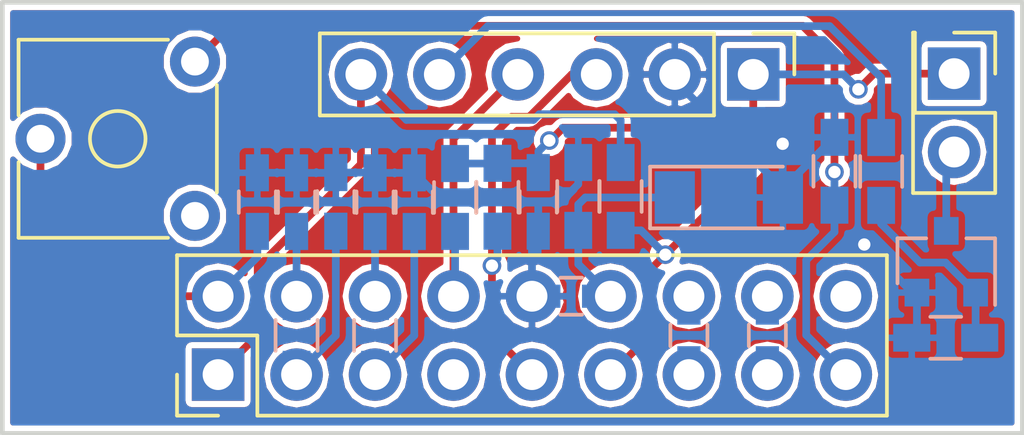
<source format=kicad_pcb>
(kicad_pcb (version 4) (host pcbnew 4.0.7)

  (general
    (links 48)
    (no_connects 0)
    (area 127.559999 117.399999 160.730001 131.520001)
    (thickness 1.6)
    (drawings 4)
    (tracks 125)
    (zones 0)
    (modules 24)
    (nets 20)
  )

  (page A4)
  (layers
    (0 F.Cu signal)
    (31 B.Cu signal)
    (32 B.Adhes user)
    (33 F.Adhes user)
    (34 B.Paste user)
    (35 F.Paste user)
    (36 B.SilkS user)
    (37 F.SilkS user)
    (38 B.Mask user)
    (39 F.Mask user)
    (40 Dwgs.User user)
    (41 Cmts.User user)
    (42 Eco1.User user)
    (43 Eco2.User user)
    (44 Edge.Cuts user)
    (45 Margin user)
    (46 B.CrtYd user)
    (47 F.CrtYd user)
    (48 B.Fab user hide)
    (49 F.Fab user hide)
  )

  (setup
    (last_trace_width 0.25)
    (trace_clearance 0.2)
    (zone_clearance 0.18)
    (zone_45_only no)
    (trace_min 0.2)
    (segment_width 0.2)
    (edge_width 0.15)
    (via_size 0.6)
    (via_drill 0.4)
    (via_min_size 0.4)
    (via_min_drill 0.3)
    (uvia_size 0.3)
    (uvia_drill 0.1)
    (uvias_allowed no)
    (uvia_min_size 0.2)
    (uvia_min_drill 0.1)
    (pcb_text_width 0.3)
    (pcb_text_size 1.5 1.5)
    (mod_edge_width 0.15)
    (mod_text_size 1 1)
    (mod_text_width 0.15)
    (pad_size 1.7 1.7)
    (pad_drill 1)
    (pad_to_mask_clearance 0.2)
    (aux_axis_origin 160.655 117.475)
    (visible_elements FFFFFF7F)
    (pcbplotparams
      (layerselection 0x010f0_80000001)
      (usegerberextensions true)
      (usegerberattributes true)
      (excludeedgelayer true)
      (linewidth 0.100000)
      (plotframeref false)
      (viasonmask false)
      (mode 1)
      (useauxorigin true)
      (hpglpennumber 1)
      (hpglpenspeed 20)
      (hpglpendiameter 15)
      (hpglpenoverlay 2)
      (psnegative false)
      (psa4output false)
      (plotreference false)
      (plotvalue false)
      (plotinvisibletext false)
      (padsonsilk false)
      (subtractmaskfromsilk false)
      (outputformat 1)
      (mirror false)
      (drillshape 0)
      (scaleselection 1)
      (outputdirectory gerbers/))
  )

  (net 0 "")
  (net 1 GND)
  (net 2 V0)
  (net 3 VOUT)
  (net 4 V1)
  (net 5 V3)
  (net 6 CAP2P)
  (net 7 CAP2N)
  (net 8 V2)
  (net 9 CAP1P)
  (net 10 CAP1N)
  (net 11 VDD)
  (net 12 SCL)
  (net 13 SDA)
  (net 14 RST)
  (net 15 VR)
  (net 16 V4)
  (net 17 BL)
  (net 18 "Net-(Q1-Pad1)")
  (net 19 BL-)

  (net_class Default "This is the default net class."
    (clearance 0.2)
    (trace_width 0.25)
    (via_dia 0.6)
    (via_drill 0.4)
    (uvia_dia 0.3)
    (uvia_drill 0.1)
    (add_net BL)
    (add_net BL-)
    (add_net CAP1N)
    (add_net CAP1P)
    (add_net CAP2N)
    (add_net CAP2P)
    (add_net GND)
    (add_net "Net-(Q1-Pad1)")
    (add_net RST)
    (add_net SCL)
    (add_net SDA)
    (add_net V0)
    (add_net V1)
    (add_net V2)
    (add_net V3)
    (add_net V4)
    (add_net VDD)
    (add_net VOUT)
    (add_net VR)
  )

  (module Pin_Headers:Pin_Header_Straight_2x09_Pitch2.54mm (layer F.Cu) (tedit 5B01B5AB) (tstamp 5B01B59C)
    (at 134.62 129.54 90)
    (descr "Through hole straight pin header, 2x09, 2.54mm pitch, double rows")
    (tags "Through hole pin header THT 2x09 2.54mm double row")
    (path /5B01B179)
    (fp_text reference J2 (at 1.27 -2.33 90) (layer F.SilkS) hide
      (effects (font (size 1 1) (thickness 0.15)))
    )
    (fp_text value Conn_02x09_Odd_Even (at 1.27 22.65 90) (layer F.Fab)
      (effects (font (size 1 1) (thickness 0.15)))
    )
    (fp_line (start 0 -1.27) (end 3.81 -1.27) (layer F.Fab) (width 0.1))
    (fp_line (start 3.81 -1.27) (end 3.81 21.59) (layer F.Fab) (width 0.1))
    (fp_line (start 3.81 21.59) (end -1.27 21.59) (layer F.Fab) (width 0.1))
    (fp_line (start -1.27 21.59) (end -1.27 0) (layer F.Fab) (width 0.1))
    (fp_line (start -1.27 0) (end 0 -1.27) (layer F.Fab) (width 0.1))
    (fp_line (start -1.33 21.65) (end 3.87 21.65) (layer F.SilkS) (width 0.12))
    (fp_line (start -1.33 1.27) (end -1.33 21.65) (layer F.SilkS) (width 0.12))
    (fp_line (start 3.87 -1.33) (end 3.87 21.65) (layer F.SilkS) (width 0.12))
    (fp_line (start -1.33 1.27) (end 1.27 1.27) (layer F.SilkS) (width 0.12))
    (fp_line (start 1.27 1.27) (end 1.27 -1.33) (layer F.SilkS) (width 0.12))
    (fp_line (start 1.27 -1.33) (end 3.87 -1.33) (layer F.SilkS) (width 0.12))
    (fp_line (start -1.33 0) (end -1.33 -1.33) (layer F.SilkS) (width 0.12))
    (fp_line (start -1.33 -1.33) (end 0 -1.33) (layer F.SilkS) (width 0.12))
    (fp_line (start -1.8 -1.8) (end -1.8 22.1) (layer F.CrtYd) (width 0.05))
    (fp_line (start -1.8 22.1) (end 4.35 22.1) (layer F.CrtYd) (width 0.05))
    (fp_line (start 4.35 22.1) (end 4.35 -1.8) (layer F.CrtYd) (width 0.05))
    (fp_line (start 4.35 -1.8) (end -1.8 -1.8) (layer F.CrtYd) (width 0.05))
    (fp_text user %R (at 1.27 10.16 180) (layer F.Fab)
      (effects (font (size 1 1) (thickness 0.15)))
    )
    (pad 1 thru_hole rect (at 0 0 90) (size 1.7 1.7) (drill 1) (layers *.Cu *.Mask)
      (net 14 RST))
    (pad 2 thru_hole oval (at 2.54 0 90) (size 1.7 1.7) (drill 1) (layers *.Cu *.Mask)
      (net 2 V0))
    (pad 3 thru_hole oval (at 0 2.54 90) (size 1.7 1.7) (drill 1) (layers *.Cu *.Mask)
      (net 4 V1))
    (pad 4 thru_hole oval (at 2.54 2.54 90) (size 1.7 1.7) (drill 1) (layers *.Cu *.Mask)
      (net 8 V2))
    (pad 5 thru_hole oval (at 0 5.08 90) (size 1.7 1.7) (drill 1) (layers *.Cu *.Mask)
      (net 16 V4))
    (pad 6 thru_hole oval (at 2.54 5.08 90) (size 1.7 1.7) (drill 1) (layers *.Cu *.Mask)
      (net 5 V3))
    (pad "" np_thru_hole oval (at 0 7.62 90) (size 1.7 1.7) (drill 1) (layers *.Cu *.Mask))
    (pad 8 thru_hole oval (at 2.54 7.62 90) (size 1.7 1.7) (drill 1) (layers *.Cu *.Mask)
      (net 13 SDA))
    (pad 9 thru_hole oval (at 0 10.16 90) (size 1.7 1.7) (drill 1) (layers *.Cu *.Mask)
      (net 12 SCL))
    (pad 10 thru_hole oval (at 2.54 10.16 90) (size 1.7 1.7) (drill 1) (layers *.Cu *.Mask)
      (net 1 GND))
    (pad 11 thru_hole oval (at 0 12.7 90) (size 1.7 1.7) (drill 1) (layers *.Cu *.Mask)
      (net 11 VDD))
    (pad 12 thru_hole oval (at 2.54 12.7 90) (size 1.7 1.7) (drill 1) (layers *.Cu *.Mask)
      (net 3 VOUT))
    (pad 13 thru_hole oval (at 0 15.24 90) (size 1.7 1.7) (drill 1) (layers *.Cu *.Mask)
      (net 7 CAP2N))
    (pad 14 thru_hole oval (at 2.54 15.24 90) (size 1.7 1.7) (drill 1) (layers *.Cu *.Mask)
      (net 6 CAP2P))
    (pad 15 thru_hole oval (at 0 17.78 90) (size 1.7 1.7) (drill 1) (layers *.Cu *.Mask)
      (net 9 CAP1P))
    (pad 16 thru_hole oval (at 2.54 17.78 90) (size 1.7 1.7) (drill 1) (layers *.Cu *.Mask)
      (net 10 CAP1N))
    (pad 17 thru_hole oval (at 0 20.32 90) (size 1.7 1.7) (drill 1) (layers *.Cu *.Mask)
      (net 15 VR))
    (pad "" np_thru_hole oval (at 2.54 20.32 90) (size 1.7 1.7) (drill 1) (layers *.Cu *.Mask))
  )

  (module Capacitors_SMD:C_0603_HandSoldering (layer B.Cu) (tedit 5B01B59C) (tstamp 5B01B54D)
    (at 135.89 123.9495 270)
    (descr "Capacitor SMD 0603, hand soldering")
    (tags "capacitor 0603")
    (path /5B01BFE9)
    (attr smd)
    (fp_text reference C1 (at 0 1.25 270) (layer B.SilkS) hide
      (effects (font (size 1 1) (thickness 0.15)) (justify mirror))
    )
    (fp_text value 1uF (at 0 -1.5 270) (layer B.Fab)
      (effects (font (size 1 1) (thickness 0.15)) (justify mirror))
    )
    (fp_text user %R (at 0 1.25 270) (layer B.Fab)
      (effects (font (size 1 1) (thickness 0.15)) (justify mirror))
    )
    (fp_line (start -0.8 -0.4) (end -0.8 0.4) (layer B.Fab) (width 0.1))
    (fp_line (start 0.8 -0.4) (end -0.8 -0.4) (layer B.Fab) (width 0.1))
    (fp_line (start 0.8 0.4) (end 0.8 -0.4) (layer B.Fab) (width 0.1))
    (fp_line (start -0.8 0.4) (end 0.8 0.4) (layer B.Fab) (width 0.1))
    (fp_line (start -0.35 0.6) (end 0.35 0.6) (layer B.SilkS) (width 0.12))
    (fp_line (start 0.35 -0.6) (end -0.35 -0.6) (layer B.SilkS) (width 0.12))
    (fp_line (start -1.8 0.65) (end 1.8 0.65) (layer B.CrtYd) (width 0.05))
    (fp_line (start -1.8 0.65) (end -1.8 -0.65) (layer B.CrtYd) (width 0.05))
    (fp_line (start 1.8 -0.65) (end 1.8 0.65) (layer B.CrtYd) (width 0.05))
    (fp_line (start 1.8 -0.65) (end -1.8 -0.65) (layer B.CrtYd) (width 0.05))
    (pad 1 smd rect (at -0.95 0 270) (size 1.2 0.75) (layers B.Cu B.Paste B.Mask)
      (net 1 GND))
    (pad 2 smd rect (at 0.95 0 270) (size 1.2 0.75) (layers B.Cu B.Paste B.Mask)
      (net 2 V0))
    (model Capacitors_SMD.3dshapes/C_0603.wrl
      (at (xyz 0 0 0))
      (scale (xyz 1 1 1))
      (rotate (xyz 0 0 0))
    )
  )

  (module Capacitors_SMD:C_0603_HandSoldering (layer B.Cu) (tedit 5B01B56D) (tstamp 5B01B553)
    (at 146.05 127)
    (descr "Capacitor SMD 0603, hand soldering")
    (tags "capacitor 0603")
    (path /5B01B320)
    (attr smd)
    (fp_text reference C2 (at 0 1.25) (layer B.SilkS) hide
      (effects (font (size 1 1) (thickness 0.15)) (justify mirror))
    )
    (fp_text value 1uF (at 0 -1.5) (layer B.Fab)
      (effects (font (size 1 1) (thickness 0.15)) (justify mirror))
    )
    (fp_text user %R (at 0 1.25) (layer B.Fab)
      (effects (font (size 1 1) (thickness 0.15)) (justify mirror))
    )
    (fp_line (start -0.8 -0.4) (end -0.8 0.4) (layer B.Fab) (width 0.1))
    (fp_line (start 0.8 -0.4) (end -0.8 -0.4) (layer B.Fab) (width 0.1))
    (fp_line (start 0.8 0.4) (end 0.8 -0.4) (layer B.Fab) (width 0.1))
    (fp_line (start -0.8 0.4) (end 0.8 0.4) (layer B.Fab) (width 0.1))
    (fp_line (start -0.35 0.6) (end 0.35 0.6) (layer B.SilkS) (width 0.12))
    (fp_line (start 0.35 -0.6) (end -0.35 -0.6) (layer B.SilkS) (width 0.12))
    (fp_line (start -1.8 0.65) (end 1.8 0.65) (layer B.CrtYd) (width 0.05))
    (fp_line (start -1.8 0.65) (end -1.8 -0.65) (layer B.CrtYd) (width 0.05))
    (fp_line (start 1.8 -0.65) (end 1.8 0.65) (layer B.CrtYd) (width 0.05))
    (fp_line (start 1.8 -0.65) (end -1.8 -0.65) (layer B.CrtYd) (width 0.05))
    (pad 1 smd rect (at -0.95 0) (size 1.2 0.75) (layers B.Cu B.Paste B.Mask)
      (net 1 GND))
    (pad 2 smd rect (at 0.95 0) (size 1.2 0.75) (layers B.Cu B.Paste B.Mask)
      (net 3 VOUT))
    (model Capacitors_SMD.3dshapes/C_0603.wrl
      (at (xyz 0 0 0))
      (scale (xyz 1 1 1))
      (rotate (xyz 0 0 0))
    )
  )

  (module Capacitors_SMD:C_0603_HandSoldering (layer B.Cu) (tedit 5B01B570) (tstamp 5B01B559)
    (at 138.43 123.9418 270)
    (descr "Capacitor SMD 0603, hand soldering")
    (tags "capacitor 0603")
    (path /5B01C399)
    (attr smd)
    (fp_text reference C3 (at 0 1.25 270) (layer B.SilkS) hide
      (effects (font (size 1 1) (thickness 0.15)) (justify mirror))
    )
    (fp_text value 1uF (at 0 -1.5 270) (layer B.Fab)
      (effects (font (size 1 1) (thickness 0.15)) (justify mirror))
    )
    (fp_text user %R (at 0 1.25 270) (layer B.Fab)
      (effects (font (size 1 1) (thickness 0.15)) (justify mirror))
    )
    (fp_line (start -0.8 -0.4) (end -0.8 0.4) (layer B.Fab) (width 0.1))
    (fp_line (start 0.8 -0.4) (end -0.8 -0.4) (layer B.Fab) (width 0.1))
    (fp_line (start 0.8 0.4) (end 0.8 -0.4) (layer B.Fab) (width 0.1))
    (fp_line (start -0.8 0.4) (end 0.8 0.4) (layer B.Fab) (width 0.1))
    (fp_line (start -0.35 0.6) (end 0.35 0.6) (layer B.SilkS) (width 0.12))
    (fp_line (start 0.35 -0.6) (end -0.35 -0.6) (layer B.SilkS) (width 0.12))
    (fp_line (start -1.8 0.65) (end 1.8 0.65) (layer B.CrtYd) (width 0.05))
    (fp_line (start -1.8 0.65) (end -1.8 -0.65) (layer B.CrtYd) (width 0.05))
    (fp_line (start 1.8 -0.65) (end 1.8 0.65) (layer B.CrtYd) (width 0.05))
    (fp_line (start 1.8 -0.65) (end -1.8 -0.65) (layer B.CrtYd) (width 0.05))
    (pad 1 smd rect (at -0.95 0 270) (size 1.2 0.75) (layers B.Cu B.Paste B.Mask)
      (net 1 GND))
    (pad 2 smd rect (at 0.95 0 270) (size 1.2 0.75) (layers B.Cu B.Paste B.Mask)
      (net 4 V1))
    (model Capacitors_SMD.3dshapes/C_0603.wrl
      (at (xyz 0 0 0))
      (scale (xyz 1 1 1))
      (rotate (xyz 0 0 0))
    )
  )

  (module Capacitors_SMD:C_0603_HandSoldering (layer B.Cu) (tedit 5B01B573) (tstamp 5B01B55F)
    (at 139.7 123.952 90)
    (descr "Capacitor SMD 0603, hand soldering")
    (tags "capacitor 0603")
    (path /5B01C524)
    (attr smd)
    (fp_text reference C4 (at 0 1.25 90) (layer B.SilkS) hide
      (effects (font (size 1 1) (thickness 0.15)) (justify mirror))
    )
    (fp_text value 1uF (at 0 -1.5 90) (layer B.Fab)
      (effects (font (size 1 1) (thickness 0.15)) (justify mirror))
    )
    (fp_text user %R (at 0 1.25 90) (layer B.Fab)
      (effects (font (size 1 1) (thickness 0.15)) (justify mirror))
    )
    (fp_line (start -0.8 -0.4) (end -0.8 0.4) (layer B.Fab) (width 0.1))
    (fp_line (start 0.8 -0.4) (end -0.8 -0.4) (layer B.Fab) (width 0.1))
    (fp_line (start 0.8 0.4) (end 0.8 -0.4) (layer B.Fab) (width 0.1))
    (fp_line (start -0.8 0.4) (end 0.8 0.4) (layer B.Fab) (width 0.1))
    (fp_line (start -0.35 0.6) (end 0.35 0.6) (layer B.SilkS) (width 0.12))
    (fp_line (start 0.35 -0.6) (end -0.35 -0.6) (layer B.SilkS) (width 0.12))
    (fp_line (start -1.8 0.65) (end 1.8 0.65) (layer B.CrtYd) (width 0.05))
    (fp_line (start -1.8 0.65) (end -1.8 -0.65) (layer B.CrtYd) (width 0.05))
    (fp_line (start 1.8 -0.65) (end 1.8 0.65) (layer B.CrtYd) (width 0.05))
    (fp_line (start 1.8 -0.65) (end -1.8 -0.65) (layer B.CrtYd) (width 0.05))
    (pad 1 smd rect (at -0.95 0 90) (size 1.2 0.75) (layers B.Cu B.Paste B.Mask)
      (net 5 V3))
    (pad 2 smd rect (at 0.95 0 90) (size 1.2 0.75) (layers B.Cu B.Paste B.Mask)
      (net 1 GND))
    (model Capacitors_SMD.3dshapes/C_0603.wrl
      (at (xyz 0 0 0))
      (scale (xyz 1 1 1))
      (rotate (xyz 0 0 0))
    )
  )

  (module Capacitors_SMD:C_0603_HandSoldering (layer B.Cu) (tedit 5B01B577) (tstamp 5B01B565)
    (at 149.86 128.27 270)
    (descr "Capacitor SMD 0603, hand soldering")
    (tags "capacitor 0603")
    (path /5B01B3B2)
    (attr smd)
    (fp_text reference C5 (at 0 1.25 270) (layer B.SilkS) hide
      (effects (font (size 1 1) (thickness 0.15)) (justify mirror))
    )
    (fp_text value 1uF (at 0 -1.5 270) (layer B.Fab)
      (effects (font (size 1 1) (thickness 0.15)) (justify mirror))
    )
    (fp_text user %R (at 0 1.25 270) (layer B.Fab)
      (effects (font (size 1 1) (thickness 0.15)) (justify mirror))
    )
    (fp_line (start -0.8 -0.4) (end -0.8 0.4) (layer B.Fab) (width 0.1))
    (fp_line (start 0.8 -0.4) (end -0.8 -0.4) (layer B.Fab) (width 0.1))
    (fp_line (start 0.8 0.4) (end 0.8 -0.4) (layer B.Fab) (width 0.1))
    (fp_line (start -0.8 0.4) (end 0.8 0.4) (layer B.Fab) (width 0.1))
    (fp_line (start -0.35 0.6) (end 0.35 0.6) (layer B.SilkS) (width 0.12))
    (fp_line (start 0.35 -0.6) (end -0.35 -0.6) (layer B.SilkS) (width 0.12))
    (fp_line (start -1.8 0.65) (end 1.8 0.65) (layer B.CrtYd) (width 0.05))
    (fp_line (start -1.8 0.65) (end -1.8 -0.65) (layer B.CrtYd) (width 0.05))
    (fp_line (start 1.8 -0.65) (end 1.8 0.65) (layer B.CrtYd) (width 0.05))
    (fp_line (start 1.8 -0.65) (end -1.8 -0.65) (layer B.CrtYd) (width 0.05))
    (pad 1 smd rect (at -0.95 0 270) (size 1.2 0.75) (layers B.Cu B.Paste B.Mask)
      (net 6 CAP2P))
    (pad 2 smd rect (at 0.95 0 270) (size 1.2 0.75) (layers B.Cu B.Paste B.Mask)
      (net 7 CAP2N))
    (model Capacitors_SMD.3dshapes/C_0603.wrl
      (at (xyz 0 0 0))
      (scale (xyz 1 1 1))
      (rotate (xyz 0 0 0))
    )
  )

  (module Capacitors_SMD:C_0603_HandSoldering (layer B.Cu) (tedit 5B01B581) (tstamp 5B01B56B)
    (at 137.16 123.952 270)
    (descr "Capacitor SMD 0603, hand soldering")
    (tags "capacitor 0603")
    (path /5B01C487)
    (attr smd)
    (fp_text reference C6 (at 0 1.25 270) (layer B.SilkS) hide
      (effects (font (size 1 1) (thickness 0.15)) (justify mirror))
    )
    (fp_text value 1uF (at 0 -1.5 270) (layer B.Fab)
      (effects (font (size 1 1) (thickness 0.15)) (justify mirror))
    )
    (fp_text user %R (at 0 1.25 270) (layer B.Fab)
      (effects (font (size 1 1) (thickness 0.15)) (justify mirror))
    )
    (fp_line (start -0.8 -0.4) (end -0.8 0.4) (layer B.Fab) (width 0.1))
    (fp_line (start 0.8 -0.4) (end -0.8 -0.4) (layer B.Fab) (width 0.1))
    (fp_line (start 0.8 0.4) (end 0.8 -0.4) (layer B.Fab) (width 0.1))
    (fp_line (start -0.8 0.4) (end 0.8 0.4) (layer B.Fab) (width 0.1))
    (fp_line (start -0.35 0.6) (end 0.35 0.6) (layer B.SilkS) (width 0.12))
    (fp_line (start 0.35 -0.6) (end -0.35 -0.6) (layer B.SilkS) (width 0.12))
    (fp_line (start -1.8 0.65) (end 1.8 0.65) (layer B.CrtYd) (width 0.05))
    (fp_line (start -1.8 0.65) (end -1.8 -0.65) (layer B.CrtYd) (width 0.05))
    (fp_line (start 1.8 -0.65) (end 1.8 0.65) (layer B.CrtYd) (width 0.05))
    (fp_line (start 1.8 -0.65) (end -1.8 -0.65) (layer B.CrtYd) (width 0.05))
    (pad 1 smd rect (at -0.95 0 270) (size 1.2 0.75) (layers B.Cu B.Paste B.Mask)
      (net 1 GND))
    (pad 2 smd rect (at 0.95 0 270) (size 1.2 0.75) (layers B.Cu B.Paste B.Mask)
      (net 8 V2))
    (model Capacitors_SMD.3dshapes/C_0603.wrl
      (at (xyz 0 0 0))
      (scale (xyz 1 1 1))
      (rotate (xyz 0 0 0))
    )
  )

  (module Capacitors_SMD:C_0603_HandSoldering (layer B.Cu) (tedit 5B01B57B) (tstamp 5B01B571)
    (at 140.97 123.952 90)
    (descr "Capacitor SMD 0603, hand soldering")
    (tags "capacitor 0603")
    (path /5B01C4D4)
    (attr smd)
    (fp_text reference C7 (at 0 1.25 90) (layer B.SilkS) hide
      (effects (font (size 1 1) (thickness 0.15)) (justify mirror))
    )
    (fp_text value 1uF (at 0 -1.5 90) (layer B.Fab)
      (effects (font (size 1 1) (thickness 0.15)) (justify mirror))
    )
    (fp_text user %R (at 0 1.25 90) (layer B.Fab)
      (effects (font (size 1 1) (thickness 0.15)) (justify mirror))
    )
    (fp_line (start -0.8 -0.4) (end -0.8 0.4) (layer B.Fab) (width 0.1))
    (fp_line (start 0.8 -0.4) (end -0.8 -0.4) (layer B.Fab) (width 0.1))
    (fp_line (start 0.8 0.4) (end 0.8 -0.4) (layer B.Fab) (width 0.1))
    (fp_line (start -0.8 0.4) (end 0.8 0.4) (layer B.Fab) (width 0.1))
    (fp_line (start -0.35 0.6) (end 0.35 0.6) (layer B.SilkS) (width 0.12))
    (fp_line (start 0.35 -0.6) (end -0.35 -0.6) (layer B.SilkS) (width 0.12))
    (fp_line (start -1.8 0.65) (end 1.8 0.65) (layer B.CrtYd) (width 0.05))
    (fp_line (start -1.8 0.65) (end -1.8 -0.65) (layer B.CrtYd) (width 0.05))
    (fp_line (start 1.8 -0.65) (end 1.8 0.65) (layer B.CrtYd) (width 0.05))
    (fp_line (start 1.8 -0.65) (end -1.8 -0.65) (layer B.CrtYd) (width 0.05))
    (pad 1 smd rect (at -0.95 0 90) (size 1.2 0.75) (layers B.Cu B.Paste B.Mask)
      (net 16 V4))
    (pad 2 smd rect (at 0.95 0 90) (size 1.2 0.75) (layers B.Cu B.Paste B.Mask)
      (net 1 GND))
    (model Capacitors_SMD.3dshapes/C_0603.wrl
      (at (xyz 0 0 0))
      (scale (xyz 1 1 1))
      (rotate (xyz 0 0 0))
    )
  )

  (module Capacitors_SMD:C_0603_HandSoldering (layer B.Cu) (tedit 5B01B57D) (tstamp 5B01B577)
    (at 152.4 128.27 90)
    (descr "Capacitor SMD 0603, hand soldering")
    (tags "capacitor 0603")
    (path /5B01B42A)
    (attr smd)
    (fp_text reference C8 (at 0 1.25 90) (layer B.SilkS) hide
      (effects (font (size 1 1) (thickness 0.15)) (justify mirror))
    )
    (fp_text value 1uF (at 0 -1.5 90) (layer B.Fab)
      (effects (font (size 1 1) (thickness 0.15)) (justify mirror))
    )
    (fp_text user %R (at 0 1.25 90) (layer B.Fab)
      (effects (font (size 1 1) (thickness 0.15)) (justify mirror))
    )
    (fp_line (start -0.8 -0.4) (end -0.8 0.4) (layer B.Fab) (width 0.1))
    (fp_line (start 0.8 -0.4) (end -0.8 -0.4) (layer B.Fab) (width 0.1))
    (fp_line (start 0.8 0.4) (end 0.8 -0.4) (layer B.Fab) (width 0.1))
    (fp_line (start -0.8 0.4) (end 0.8 0.4) (layer B.Fab) (width 0.1))
    (fp_line (start -0.35 0.6) (end 0.35 0.6) (layer B.SilkS) (width 0.12))
    (fp_line (start 0.35 -0.6) (end -0.35 -0.6) (layer B.SilkS) (width 0.12))
    (fp_line (start -1.8 0.65) (end 1.8 0.65) (layer B.CrtYd) (width 0.05))
    (fp_line (start -1.8 0.65) (end -1.8 -0.65) (layer B.CrtYd) (width 0.05))
    (fp_line (start 1.8 -0.65) (end 1.8 0.65) (layer B.CrtYd) (width 0.05))
    (fp_line (start 1.8 -0.65) (end -1.8 -0.65) (layer B.CrtYd) (width 0.05))
    (pad 1 smd rect (at -0.95 0 90) (size 1.2 0.75) (layers B.Cu B.Paste B.Mask)
      (net 9 CAP1P))
    (pad 2 smd rect (at 0.95 0 90) (size 1.2 0.75) (layers B.Cu B.Paste B.Mask)
      (net 10 CAP1N))
    (model Capacitors_SMD.3dshapes/C_0603.wrl
      (at (xyz 0 0 0))
      (scale (xyz 1 1 1))
      (rotate (xyz 0 0 0))
    )
  )

  (module Diodes_SMD:D_MiniMELF (layer B.Cu) (tedit 5B01B5A0) (tstamp 5B01B57D)
    (at 151.1528 123.7996)
    (descr "Diode Mini-MELF")
    (tags "Diode Mini-MELF")
    (path /5B01B280)
    (attr smd)
    (fp_text reference D1 (at 0 2) (layer B.SilkS) hide
      (effects (font (size 1 1) (thickness 0.15)) (justify mirror))
    )
    (fp_text value 8V (at 0 -1.75) (layer B.Fab)
      (effects (font (size 1 1) (thickness 0.15)) (justify mirror))
    )
    (fp_text user %R (at 0 2) (layer B.Fab)
      (effects (font (size 1 1) (thickness 0.15)) (justify mirror))
    )
    (fp_line (start 1.75 1) (end -2.55 1) (layer B.SilkS) (width 0.12))
    (fp_line (start -2.55 1) (end -2.55 -1) (layer B.SilkS) (width 0.12))
    (fp_line (start -2.55 -1) (end 1.75 -1) (layer B.SilkS) (width 0.12))
    (fp_line (start 1.65 0.8) (end 1.65 -0.8) (layer B.Fab) (width 0.1))
    (fp_line (start 1.65 -0.8) (end -1.65 -0.8) (layer B.Fab) (width 0.1))
    (fp_line (start -1.65 -0.8) (end -1.65 0.8) (layer B.Fab) (width 0.1))
    (fp_line (start -1.65 0.8) (end 1.65 0.8) (layer B.Fab) (width 0.1))
    (fp_line (start 0.25 0) (end 0.75 0) (layer B.Fab) (width 0.1))
    (fp_line (start 0.25 -0.4) (end -0.35 0) (layer B.Fab) (width 0.1))
    (fp_line (start 0.25 0.4) (end 0.25 -0.4) (layer B.Fab) (width 0.1))
    (fp_line (start -0.35 0) (end 0.25 0.4) (layer B.Fab) (width 0.1))
    (fp_line (start -0.35 0) (end -0.35 -0.55) (layer B.Fab) (width 0.1))
    (fp_line (start -0.35 0) (end -0.35 0.55) (layer B.Fab) (width 0.1))
    (fp_line (start -0.75 0) (end -0.35 0) (layer B.Fab) (width 0.1))
    (fp_line (start -2.65 1.1) (end 2.65 1.1) (layer B.CrtYd) (width 0.05))
    (fp_line (start 2.65 1.1) (end 2.65 -1.1) (layer B.CrtYd) (width 0.05))
    (fp_line (start 2.65 -1.1) (end -2.65 -1.1) (layer B.CrtYd) (width 0.05))
    (fp_line (start -2.65 -1.1) (end -2.65 1.1) (layer B.CrtYd) (width 0.05))
    (pad 1 smd rect (at -1.75 0) (size 1.3 1.7) (layers B.Cu B.Paste B.Mask)
      (net 3 VOUT))
    (pad 2 smd rect (at 1.75 0) (size 1.3 1.7) (layers B.Cu B.Paste B.Mask)
      (net 1 GND))
    (model ${KISYS3DMOD}/Diodes_SMD.3dshapes/D_MiniMELF.wrl
      (at (xyz 0 0 0))
      (scale (xyz 1 1 1))
      (rotate (xyz 0 0 0))
    )
  )

  (module Resistors_SMD:R_0603_HandSoldering (layer B.Cu) (tedit 5B01B585) (tstamp 5B01B5A2)
    (at 146.2786 123.7664 90)
    (descr "Resistor SMD 0603, hand soldering")
    (tags "resistor 0603")
    (path /5B01B4B4)
    (attr smd)
    (fp_text reference R1 (at 0 1.45 90) (layer B.SilkS) hide
      (effects (font (size 1 1) (thickness 0.15)) (justify mirror))
    )
    (fp_text value 1M (at 0 -1.55 90) (layer B.Fab)
      (effects (font (size 1 1) (thickness 0.15)) (justify mirror))
    )
    (fp_text user %R (at 0 0 90) (layer B.Fab)
      (effects (font (size 0.4 0.4) (thickness 0.075)) (justify mirror))
    )
    (fp_line (start -0.8 -0.4) (end -0.8 0.4) (layer B.Fab) (width 0.1))
    (fp_line (start 0.8 -0.4) (end -0.8 -0.4) (layer B.Fab) (width 0.1))
    (fp_line (start 0.8 0.4) (end 0.8 -0.4) (layer B.Fab) (width 0.1))
    (fp_line (start -0.8 0.4) (end 0.8 0.4) (layer B.Fab) (width 0.1))
    (fp_line (start 0.5 -0.68) (end -0.5 -0.68) (layer B.SilkS) (width 0.12))
    (fp_line (start -0.5 0.68) (end 0.5 0.68) (layer B.SilkS) (width 0.12))
    (fp_line (start -1.96 0.7) (end 1.95 0.7) (layer B.CrtYd) (width 0.05))
    (fp_line (start -1.96 0.7) (end -1.96 -0.7) (layer B.CrtYd) (width 0.05))
    (fp_line (start 1.95 -0.7) (end 1.95 0.7) (layer B.CrtYd) (width 0.05))
    (fp_line (start 1.95 -0.7) (end -1.96 -0.7) (layer B.CrtYd) (width 0.05))
    (pad 1 smd rect (at -1.1 0 90) (size 1.2 0.9) (layers B.Cu B.Paste B.Mask)
      (net 3 VOUT))
    (pad 2 smd rect (at 1.1 0 90) (size 1.2 0.9) (layers B.Cu B.Paste B.Mask)
      (net 1 GND))
    (model ${KISYS3DMOD}/Resistors_SMD.3dshapes/R_0603.wrl
      (at (xyz 0 0 0))
      (scale (xyz 1 1 1))
      (rotate (xyz 0 0 0))
    )
  )

  (module Resistors_SMD:R_0603_HandSoldering (layer B.Cu) (tedit 5B01B589) (tstamp 5B01B5A8)
    (at 143.6624 123.7918 270)
    (descr "Resistor SMD 0603, hand soldering")
    (tags "resistor 0603")
    (path /5B01B233)
    (attr smd)
    (fp_text reference R2 (at 0 1.45 270) (layer B.SilkS) hide
      (effects (font (size 1 1) (thickness 0.15)) (justify mirror))
    )
    (fp_text value 10K (at 0 -1.55 270) (layer B.Fab)
      (effects (font (size 1 1) (thickness 0.15)) (justify mirror))
    )
    (fp_text user %R (at 0 0 270) (layer B.Fab)
      (effects (font (size 0.4 0.4) (thickness 0.075)) (justify mirror))
    )
    (fp_line (start -0.8 -0.4) (end -0.8 0.4) (layer B.Fab) (width 0.1))
    (fp_line (start 0.8 -0.4) (end -0.8 -0.4) (layer B.Fab) (width 0.1))
    (fp_line (start 0.8 0.4) (end 0.8 -0.4) (layer B.Fab) (width 0.1))
    (fp_line (start -0.8 0.4) (end 0.8 0.4) (layer B.Fab) (width 0.1))
    (fp_line (start 0.5 -0.68) (end -0.5 -0.68) (layer B.SilkS) (width 0.12))
    (fp_line (start -0.5 0.68) (end 0.5 0.68) (layer B.SilkS) (width 0.12))
    (fp_line (start -1.96 0.7) (end 1.95 0.7) (layer B.CrtYd) (width 0.05))
    (fp_line (start -1.96 0.7) (end -1.96 -0.7) (layer B.CrtYd) (width 0.05))
    (fp_line (start 1.95 -0.7) (end 1.95 0.7) (layer B.CrtYd) (width 0.05))
    (fp_line (start 1.95 -0.7) (end -1.96 -0.7) (layer B.CrtYd) (width 0.05))
    (pad 1 smd rect (at -1.1 0 270) (size 1.2 0.9) (layers B.Cu B.Paste B.Mask)
      (net 11 VDD))
    (pad 2 smd rect (at 1.1 0 270) (size 1.2 0.9) (layers B.Cu B.Paste B.Mask)
      (net 12 SCL))
    (model ${KISYS3DMOD}/Resistors_SMD.3dshapes/R_0603.wrl
      (at (xyz 0 0 0))
      (scale (xyz 1 1 1))
      (rotate (xyz 0 0 0))
    )
  )

  (module Resistors_SMD:R_0603_HandSoldering (layer B.Cu) (tedit 5B01B58C) (tstamp 5B01B5AE)
    (at 154.5717 122.9487 90)
    (descr "Resistor SMD 0603, hand soldering")
    (tags "resistor 0603")
    (path /5B01B679)
    (attr smd)
    (fp_text reference R3 (at 0 1.45 90) (layer B.SilkS) hide
      (effects (font (size 1 1) (thickness 0.15)) (justify mirror))
    )
    (fp_text value 100K (at 0 -1.55 90) (layer B.Fab)
      (effects (font (size 1 1) (thickness 0.15)) (justify mirror))
    )
    (fp_text user %R (at 0 0 90) (layer B.Fab)
      (effects (font (size 0.4 0.4) (thickness 0.075)) (justify mirror))
    )
    (fp_line (start -0.8 -0.4) (end -0.8 0.4) (layer B.Fab) (width 0.1))
    (fp_line (start 0.8 -0.4) (end -0.8 -0.4) (layer B.Fab) (width 0.1))
    (fp_line (start 0.8 0.4) (end 0.8 -0.4) (layer B.Fab) (width 0.1))
    (fp_line (start -0.8 0.4) (end 0.8 0.4) (layer B.Fab) (width 0.1))
    (fp_line (start 0.5 -0.68) (end -0.5 -0.68) (layer B.SilkS) (width 0.12))
    (fp_line (start -0.5 0.68) (end 0.5 0.68) (layer B.SilkS) (width 0.12))
    (fp_line (start -1.96 0.7) (end 1.95 0.7) (layer B.CrtYd) (width 0.05))
    (fp_line (start -1.96 0.7) (end -1.96 -0.7) (layer B.CrtYd) (width 0.05))
    (fp_line (start 1.95 -0.7) (end 1.95 0.7) (layer B.CrtYd) (width 0.05))
    (fp_line (start 1.95 -0.7) (end -1.96 -0.7) (layer B.CrtYd) (width 0.05))
    (pad 1 smd rect (at -1.1 0 90) (size 1.2 0.9) (layers B.Cu B.Paste B.Mask)
      (net 15 VR))
    (pad 2 smd rect (at 1.1 0 90) (size 1.2 0.9) (layers B.Cu B.Paste B.Mask)
      (net 1 GND))
    (model ${KISYS3DMOD}/Resistors_SMD.3dshapes/R_0603.wrl
      (at (xyz 0 0 0))
      (scale (xyz 1 1 1))
      (rotate (xyz 0 0 0))
    )
  )

  (module Resistors_SMD:R_0603_HandSoldering (layer B.Cu) (tedit 5B01B58F) (tstamp 5B01B5B4)
    (at 142.2908 123.7996 270)
    (descr "Resistor SMD 0603, hand soldering")
    (tags "resistor 0603")
    (path /5B01B1D4)
    (attr smd)
    (fp_text reference R4 (at 0 1.45 270) (layer B.SilkS) hide
      (effects (font (size 1 1) (thickness 0.15)) (justify mirror))
    )
    (fp_text value 10K (at 0 -1.55 270) (layer B.Fab)
      (effects (font (size 1 1) (thickness 0.15)) (justify mirror))
    )
    (fp_text user %R (at 0 0 270) (layer B.Fab)
      (effects (font (size 0.4 0.4) (thickness 0.075)) (justify mirror))
    )
    (fp_line (start -0.8 -0.4) (end -0.8 0.4) (layer B.Fab) (width 0.1))
    (fp_line (start 0.8 -0.4) (end -0.8 -0.4) (layer B.Fab) (width 0.1))
    (fp_line (start 0.8 0.4) (end 0.8 -0.4) (layer B.Fab) (width 0.1))
    (fp_line (start -0.8 0.4) (end 0.8 0.4) (layer B.Fab) (width 0.1))
    (fp_line (start 0.5 -0.68) (end -0.5 -0.68) (layer B.SilkS) (width 0.12))
    (fp_line (start -0.5 0.68) (end 0.5 0.68) (layer B.SilkS) (width 0.12))
    (fp_line (start -1.96 0.7) (end 1.95 0.7) (layer B.CrtYd) (width 0.05))
    (fp_line (start -1.96 0.7) (end -1.96 -0.7) (layer B.CrtYd) (width 0.05))
    (fp_line (start 1.95 -0.7) (end 1.95 0.7) (layer B.CrtYd) (width 0.05))
    (fp_line (start 1.95 -0.7) (end -1.96 -0.7) (layer B.CrtYd) (width 0.05))
    (pad 1 smd rect (at -1.1 0 270) (size 1.2 0.9) (layers B.Cu B.Paste B.Mask)
      (net 11 VDD))
    (pad 2 smd rect (at 1.1 0 270) (size 1.2 0.9) (layers B.Cu B.Paste B.Mask)
      (net 13 SDA))
    (model ${KISYS3DMOD}/Resistors_SMD.3dshapes/R_0603.wrl
      (at (xyz 0 0 0))
      (scale (xyz 1 1 1))
      (rotate (xyz 0 0 0))
    )
  )

  (module Resistors_SMD:R_0603_HandSoldering (layer B.Cu) (tedit 5B01B592) (tstamp 5B01B5BA)
    (at 147.6502 123.7664 90)
    (descr "Resistor SMD 0603, hand soldering")
    (tags "resistor 0603")
    (path /5B01BA64)
    (attr smd)
    (fp_text reference R5 (at 0 1.45 90) (layer B.SilkS) hide
      (effects (font (size 1 1) (thickness 0.15)) (justify mirror))
    )
    (fp_text value 10K (at 0 -1.55 90) (layer B.Fab)
      (effects (font (size 1 1) (thickness 0.15)) (justify mirror))
    )
    (fp_text user %R (at 0 0 90) (layer B.Fab)
      (effects (font (size 0.4 0.4) (thickness 0.075)) (justify mirror))
    )
    (fp_line (start -0.8 -0.4) (end -0.8 0.4) (layer B.Fab) (width 0.1))
    (fp_line (start 0.8 -0.4) (end -0.8 -0.4) (layer B.Fab) (width 0.1))
    (fp_line (start 0.8 0.4) (end 0.8 -0.4) (layer B.Fab) (width 0.1))
    (fp_line (start -0.8 0.4) (end 0.8 0.4) (layer B.Fab) (width 0.1))
    (fp_line (start 0.5 -0.68) (end -0.5 -0.68) (layer B.SilkS) (width 0.12))
    (fp_line (start -0.5 0.68) (end 0.5 0.68) (layer B.SilkS) (width 0.12))
    (fp_line (start -1.96 0.7) (end 1.95 0.7) (layer B.CrtYd) (width 0.05))
    (fp_line (start -1.96 0.7) (end -1.96 -0.7) (layer B.CrtYd) (width 0.05))
    (fp_line (start 1.95 -0.7) (end 1.95 0.7) (layer B.CrtYd) (width 0.05))
    (fp_line (start 1.95 -0.7) (end -1.96 -0.7) (layer B.CrtYd) (width 0.05))
    (pad 1 smd rect (at -1.1 0 90) (size 1.2 0.9) (layers B.Cu B.Paste B.Mask)
      (net 11 VDD))
    (pad 2 smd rect (at 1.1 0 90) (size 1.2 0.9) (layers B.Cu B.Paste B.Mask)
      (net 14 RST))
    (model ${KISYS3DMOD}/Resistors_SMD.3dshapes/R_0603.wrl
      (at (xyz 0 0 0))
      (scale (xyz 1 1 1))
      (rotate (xyz 0 0 0))
    )
  )

  (module Resistors_SMD:R_0603_HandSoldering (layer B.Cu) (tedit 5B01B595) (tstamp 5B01B5C0)
    (at 137.16 128.27 90)
    (descr "Resistor SMD 0603, hand soldering")
    (tags "resistor 0603")
    (path /5B01C26C)
    (attr smd)
    (fp_text reference R6 (at 0 1.45 90) (layer B.SilkS) hide
      (effects (font (size 1 1) (thickness 0.15)) (justify mirror))
    )
    (fp_text value 100K (at 0 -1.55 90) (layer B.Fab)
      (effects (font (size 1 1) (thickness 0.15)) (justify mirror))
    )
    (fp_text user %R (at 0 0 90) (layer B.Fab)
      (effects (font (size 0.4 0.4) (thickness 0.075)) (justify mirror))
    )
    (fp_line (start -0.8 -0.4) (end -0.8 0.4) (layer B.Fab) (width 0.1))
    (fp_line (start 0.8 -0.4) (end -0.8 -0.4) (layer B.Fab) (width 0.1))
    (fp_line (start 0.8 0.4) (end 0.8 -0.4) (layer B.Fab) (width 0.1))
    (fp_line (start -0.8 0.4) (end 0.8 0.4) (layer B.Fab) (width 0.1))
    (fp_line (start 0.5 -0.68) (end -0.5 -0.68) (layer B.SilkS) (width 0.12))
    (fp_line (start -0.5 0.68) (end 0.5 0.68) (layer B.SilkS) (width 0.12))
    (fp_line (start -1.96 0.7) (end 1.95 0.7) (layer B.CrtYd) (width 0.05))
    (fp_line (start -1.96 0.7) (end -1.96 -0.7) (layer B.CrtYd) (width 0.05))
    (fp_line (start 1.95 -0.7) (end 1.95 0.7) (layer B.CrtYd) (width 0.05))
    (fp_line (start 1.95 -0.7) (end -1.96 -0.7) (layer B.CrtYd) (width 0.05))
    (pad 1 smd rect (at -1.1 0 90) (size 1.2 0.9) (layers B.Cu B.Paste B.Mask)
      (net 4 V1))
    (pad 2 smd rect (at 1.1 0 90) (size 1.2 0.9) (layers B.Cu B.Paste B.Mask)
      (net 8 V2))
    (model ${KISYS3DMOD}/Resistors_SMD.3dshapes/R_0603.wrl
      (at (xyz 0 0 0))
      (scale (xyz 1 1 1))
      (rotate (xyz 0 0 0))
    )
  )

  (module Resistors_SMD:R_0603_HandSoldering (layer B.Cu) (tedit 5B01B698) (tstamp 5B01B81F)
    (at 139.7 128.27 270)
    (descr "Resistor SMD 0603, hand soldering")
    (tags "resistor 0603")
    (path /5B01D710)
    (attr smd)
    (fp_text reference R7 (at 0 1.45 270) (layer B.SilkS) hide
      (effects (font (size 1 1) (thickness 0.15)) (justify mirror))
    )
    (fp_text value 100K (at 0 -1.55 270) (layer B.Fab)
      (effects (font (size 1 1) (thickness 0.15)) (justify mirror))
    )
    (fp_text user %R (at 0 0 270) (layer B.Fab)
      (effects (font (size 0.4 0.4) (thickness 0.075)) (justify mirror))
    )
    (fp_line (start -0.8 -0.4) (end -0.8 0.4) (layer B.Fab) (width 0.1))
    (fp_line (start 0.8 -0.4) (end -0.8 -0.4) (layer B.Fab) (width 0.1))
    (fp_line (start 0.8 0.4) (end 0.8 -0.4) (layer B.Fab) (width 0.1))
    (fp_line (start -0.8 0.4) (end 0.8 0.4) (layer B.Fab) (width 0.1))
    (fp_line (start 0.5 -0.68) (end -0.5 -0.68) (layer B.SilkS) (width 0.12))
    (fp_line (start -0.5 0.68) (end 0.5 0.68) (layer B.SilkS) (width 0.12))
    (fp_line (start -1.96 0.7) (end 1.95 0.7) (layer B.CrtYd) (width 0.05))
    (fp_line (start -1.96 0.7) (end -1.96 -0.7) (layer B.CrtYd) (width 0.05))
    (fp_line (start 1.95 -0.7) (end 1.95 0.7) (layer B.CrtYd) (width 0.05))
    (fp_line (start 1.95 -0.7) (end -1.96 -0.7) (layer B.CrtYd) (width 0.05))
    (pad 1 smd rect (at -1.1 0 270) (size 1.2 0.9) (layers B.Cu B.Paste B.Mask)
      (net 5 V3))
    (pad 2 smd rect (at 1.1 0 270) (size 1.2 0.9) (layers B.Cu B.Paste B.Mask)
      (net 16 V4))
    (model ${KISYS3DMOD}/Resistors_SMD.3dshapes/R_0603.wrl
      (at (xyz 0 0 0))
      (scale (xyz 1 1 1))
      (rotate (xyz 0 0 0))
    )
  )

  (module Pin_Headers:Pin_Header_Straight_1x06_Pitch2.54mm (layer F.Cu) (tedit 5B01B821) (tstamp 5B01B96B)
    (at 151.9428 119.8118 270)
    (descr "Through hole straight pin header, 1x06, 2.54mm pitch, single row")
    (tags "Through hole pin header THT 1x06 2.54mm single row")
    (path /5B01E1F0)
    (fp_text reference J1 (at 0 -2.33 270) (layer F.SilkS) hide
      (effects (font (size 1 1) (thickness 0.15)))
    )
    (fp_text value Conn_01x06 (at 0 15.03 270) (layer F.Fab)
      (effects (font (size 1 1) (thickness 0.15)))
    )
    (fp_line (start -0.635 -1.27) (end 1.27 -1.27) (layer F.Fab) (width 0.1))
    (fp_line (start 1.27 -1.27) (end 1.27 13.97) (layer F.Fab) (width 0.1))
    (fp_line (start 1.27 13.97) (end -1.27 13.97) (layer F.Fab) (width 0.1))
    (fp_line (start -1.27 13.97) (end -1.27 -0.635) (layer F.Fab) (width 0.1))
    (fp_line (start -1.27 -0.635) (end -0.635 -1.27) (layer F.Fab) (width 0.1))
    (fp_line (start -1.33 14.03) (end 1.33 14.03) (layer F.SilkS) (width 0.12))
    (fp_line (start -1.33 1.27) (end -1.33 14.03) (layer F.SilkS) (width 0.12))
    (fp_line (start 1.33 1.27) (end 1.33 14.03) (layer F.SilkS) (width 0.12))
    (fp_line (start -1.33 1.27) (end 1.33 1.27) (layer F.SilkS) (width 0.12))
    (fp_line (start -1.33 0) (end -1.33 -1.33) (layer F.SilkS) (width 0.12))
    (fp_line (start -1.33 -1.33) (end 0 -1.33) (layer F.SilkS) (width 0.12))
    (fp_line (start -1.8 -1.8) (end -1.8 14.5) (layer F.CrtYd) (width 0.05))
    (fp_line (start -1.8 14.5) (end 1.8 14.5) (layer F.CrtYd) (width 0.05))
    (fp_line (start 1.8 14.5) (end 1.8 -1.8) (layer F.CrtYd) (width 0.05))
    (fp_line (start 1.8 -1.8) (end -1.8 -1.8) (layer F.CrtYd) (width 0.05))
    (fp_text user %R (at 0 6.35 360) (layer F.Fab)
      (effects (font (size 1 1) (thickness 0.15)))
    )
    (pad 1 thru_hole rect (at 0 0 270) (size 1.7 1.7) (drill 1) (layers *.Cu *.Mask)
      (net 11 VDD))
    (pad 2 thru_hole oval (at 0 2.54 270) (size 1.7 1.7) (drill 1) (layers *.Cu *.Mask)
      (net 1 GND))
    (pad 3 thru_hole oval (at 0 5.08 270) (size 1.7 1.7) (drill 1) (layers *.Cu *.Mask)
      (net 12 SCL))
    (pad 4 thru_hole oval (at 0 7.62 270) (size 1.7 1.7) (drill 1) (layers *.Cu *.Mask)
      (net 13 SDA))
    (pad 5 thru_hole oval (at 0 10.16 270) (size 1.7 1.7) (drill 1) (layers *.Cu *.Mask)
      (net 17 BL))
    (pad 6 thru_hole oval (at 0 12.7 270) (size 1.7 1.7) (drill 1) (layers *.Cu *.Mask)
      (net 14 RST))
    (model ${KISYS3DMOD}/Pin_Headers.3dshapes/Pin_Header_Straight_1x06_Pitch2.54mm.wrl
      (at (xyz 0 0 0))
      (scale (xyz 1 1 1))
      (rotate (xyz 0 0 0))
    )
  )

  (module TO_SOT_Packages_SMD:SOT-23 (layer B.Cu) (tedit 5B01B84C) (tstamp 5B01B97A)
    (at 158.1912 125.8824 90)
    (descr "SOT-23, Standard")
    (tags SOT-23)
    (path /5B01D8FA)
    (attr smd)
    (fp_text reference Q1 (at 0 2.5 90) (layer B.SilkS) hide
      (effects (font (size 1 1) (thickness 0.15)) (justify mirror))
    )
    (fp_text value BC847 (at 0 -2.5 90) (layer B.Fab)
      (effects (font (size 1 1) (thickness 0.15)) (justify mirror))
    )
    (fp_text user %R (at 0 0 360) (layer B.Fab)
      (effects (font (size 0.5 0.5) (thickness 0.075)) (justify mirror))
    )
    (fp_line (start -0.7 0.95) (end -0.7 -1.5) (layer B.Fab) (width 0.1))
    (fp_line (start -0.15 1.52) (end 0.7 1.52) (layer B.Fab) (width 0.1))
    (fp_line (start -0.7 0.95) (end -0.15 1.52) (layer B.Fab) (width 0.1))
    (fp_line (start 0.7 1.52) (end 0.7 -1.52) (layer B.Fab) (width 0.1))
    (fp_line (start -0.7 -1.52) (end 0.7 -1.52) (layer B.Fab) (width 0.1))
    (fp_line (start 0.76 -1.58) (end 0.76 -0.65) (layer B.SilkS) (width 0.12))
    (fp_line (start 0.76 1.58) (end 0.76 0.65) (layer B.SilkS) (width 0.12))
    (fp_line (start -1.7 1.75) (end 1.7 1.75) (layer B.CrtYd) (width 0.05))
    (fp_line (start 1.7 1.75) (end 1.7 -1.75) (layer B.CrtYd) (width 0.05))
    (fp_line (start 1.7 -1.75) (end -1.7 -1.75) (layer B.CrtYd) (width 0.05))
    (fp_line (start -1.7 -1.75) (end -1.7 1.75) (layer B.CrtYd) (width 0.05))
    (fp_line (start 0.76 1.58) (end -1.4 1.58) (layer B.SilkS) (width 0.12))
    (fp_line (start 0.76 -1.58) (end -0.7 -1.58) (layer B.SilkS) (width 0.12))
    (pad 1 smd rect (at -1 0.95 90) (size 0.9 0.8) (layers B.Cu B.Paste B.Mask)
      (net 18 "Net-(Q1-Pad1)"))
    (pad 2 smd rect (at -1 -0.95 90) (size 0.9 0.8) (layers B.Cu B.Paste B.Mask)
      (net 1 GND))
    (pad 3 smd rect (at 1 0 90) (size 0.9 0.8) (layers B.Cu B.Paste B.Mask)
      (net 19 BL-))
    (model ${KISYS3DMOD}/TO_SOT_Packages_SMD.3dshapes/SOT-23.wrl
      (at (xyz 0 0 0))
      (scale (xyz 1 1 1))
      (rotate (xyz 0 0 0))
    )
  )

  (module Resistors_SMD:R_0603_HandSoldering (layer B.Cu) (tedit 5B01B853) (tstamp 5B01B980)
    (at 156.083 122.9565 90)
    (descr "Resistor SMD 0603, hand soldering")
    (tags "resistor 0603")
    (path /5B01DADB)
    (attr smd)
    (fp_text reference R8 (at 0 1.45 90) (layer B.SilkS) hide
      (effects (font (size 1 1) (thickness 0.15)) (justify mirror))
    )
    (fp_text value 1K (at 0 -1.55 90) (layer B.Fab)
      (effects (font (size 1 1) (thickness 0.15)) (justify mirror))
    )
    (fp_text user %R (at 0 0 90) (layer B.Fab)
      (effects (font (size 0.4 0.4) (thickness 0.075)) (justify mirror))
    )
    (fp_line (start -0.8 -0.4) (end -0.8 0.4) (layer B.Fab) (width 0.1))
    (fp_line (start 0.8 -0.4) (end -0.8 -0.4) (layer B.Fab) (width 0.1))
    (fp_line (start 0.8 0.4) (end 0.8 -0.4) (layer B.Fab) (width 0.1))
    (fp_line (start -0.8 0.4) (end 0.8 0.4) (layer B.Fab) (width 0.1))
    (fp_line (start 0.5 -0.68) (end -0.5 -0.68) (layer B.SilkS) (width 0.12))
    (fp_line (start -0.5 0.68) (end 0.5 0.68) (layer B.SilkS) (width 0.12))
    (fp_line (start -1.96 0.7) (end 1.95 0.7) (layer B.CrtYd) (width 0.05))
    (fp_line (start -1.96 0.7) (end -1.96 -0.7) (layer B.CrtYd) (width 0.05))
    (fp_line (start 1.95 -0.7) (end 1.95 0.7) (layer B.CrtYd) (width 0.05))
    (fp_line (start 1.95 -0.7) (end -1.96 -0.7) (layer B.CrtYd) (width 0.05))
    (pad 1 smd rect (at -1.1 0 90) (size 1.2 0.9) (layers B.Cu B.Paste B.Mask)
      (net 18 "Net-(Q1-Pad1)"))
    (pad 2 smd rect (at 1.1 0 90) (size 1.2 0.9) (layers B.Cu B.Paste B.Mask)
      (net 17 BL))
    (model ${KISYS3DMOD}/Resistors_SMD.3dshapes/R_0603.wrl
      (at (xyz 0 0 0))
      (scale (xyz 1 1 1))
      (rotate (xyz 0 0 0))
    )
  )

  (module Resistors_SMD:R_0603_HandSoldering (layer B.Cu) (tedit 5B01B850) (tstamp 5B01B986)
    (at 158.1736 128.3462 180)
    (descr "Resistor SMD 0603, hand soldering")
    (tags "resistor 0603")
    (path /5B01DD64)
    (attr smd)
    (fp_text reference R9 (at 0 1.45 180) (layer B.SilkS) hide
      (effects (font (size 1 1) (thickness 0.15)) (justify mirror))
    )
    (fp_text value 10K (at 0 -1.55 180) (layer B.Fab)
      (effects (font (size 1 1) (thickness 0.15)) (justify mirror))
    )
    (fp_text user %R (at 0 0 180) (layer B.Fab)
      (effects (font (size 0.4 0.4) (thickness 0.075)) (justify mirror))
    )
    (fp_line (start -0.8 -0.4) (end -0.8 0.4) (layer B.Fab) (width 0.1))
    (fp_line (start 0.8 -0.4) (end -0.8 -0.4) (layer B.Fab) (width 0.1))
    (fp_line (start 0.8 0.4) (end 0.8 -0.4) (layer B.Fab) (width 0.1))
    (fp_line (start -0.8 0.4) (end 0.8 0.4) (layer B.Fab) (width 0.1))
    (fp_line (start 0.5 -0.68) (end -0.5 -0.68) (layer B.SilkS) (width 0.12))
    (fp_line (start -0.5 0.68) (end 0.5 0.68) (layer B.SilkS) (width 0.12))
    (fp_line (start -1.96 0.7) (end 1.95 0.7) (layer B.CrtYd) (width 0.05))
    (fp_line (start -1.96 0.7) (end -1.96 -0.7) (layer B.CrtYd) (width 0.05))
    (fp_line (start 1.95 -0.7) (end 1.95 0.7) (layer B.CrtYd) (width 0.05))
    (fp_line (start 1.95 -0.7) (end -1.96 -0.7) (layer B.CrtYd) (width 0.05))
    (pad 1 smd rect (at -1.1 0 180) (size 1.2 0.9) (layers B.Cu B.Paste B.Mask)
      (net 18 "Net-(Q1-Pad1)"))
    (pad 2 smd rect (at 1.1 0 180) (size 1.2 0.9) (layers B.Cu B.Paste B.Mask)
      (net 1 GND))
    (model ${KISYS3DMOD}/Resistors_SMD.3dshapes/R_0603.wrl
      (at (xyz 0 0 0))
      (scale (xyz 1 1 1))
      (rotate (xyz 0 0 0))
    )
  )

  (module Pin_Headers:Pin_Header_Straight_2x01_Pitch2.54mm (layer F.Cu) (tedit 5B01B8B1) (tstamp 5B01B9FB)
    (at 158.4452 119.7864 270)
    (descr "Through hole straight pin header, 2x01, 2.54mm pitch, double rows")
    (tags "Through hole pin header THT 2x01 2.54mm double row")
    (path /5B01E4B0)
    (fp_text reference J3 (at 1.27 -2.33 270) (layer F.SilkS) hide
      (effects (font (size 1 1) (thickness 0.15)))
    )
    (fp_text value Conn_01x02 (at 1.27 2.33 270) (layer F.Fab)
      (effects (font (size 1 1) (thickness 0.15)))
    )
    (fp_line (start 0 -1.27) (end 3.81 -1.27) (layer F.Fab) (width 0.1))
    (fp_line (start 3.81 -1.27) (end 3.81 1.27) (layer F.Fab) (width 0.1))
    (fp_line (start 3.81 1.27) (end -1.27 1.27) (layer F.Fab) (width 0.1))
    (fp_line (start -1.27 1.27) (end -1.27 0) (layer F.Fab) (width 0.1))
    (fp_line (start -1.27 0) (end 0 -1.27) (layer F.Fab) (width 0.1))
    (fp_line (start -1.33 1.33) (end 3.87 1.33) (layer F.SilkS) (width 0.12))
    (fp_line (start -1.33 1.27) (end -1.33 1.33) (layer F.SilkS) (width 0.12))
    (fp_line (start 3.87 -1.33) (end 3.87 1.33) (layer F.SilkS) (width 0.12))
    (fp_line (start -1.33 1.27) (end 1.27 1.27) (layer F.SilkS) (width 0.12))
    (fp_line (start 1.27 1.27) (end 1.27 -1.33) (layer F.SilkS) (width 0.12))
    (fp_line (start 1.27 -1.33) (end 3.87 -1.33) (layer F.SilkS) (width 0.12))
    (fp_line (start -1.33 0) (end -1.33 -1.33) (layer F.SilkS) (width 0.12))
    (fp_line (start -1.33 -1.33) (end 0 -1.33) (layer F.SilkS) (width 0.12))
    (fp_line (start -1.8 -1.8) (end -1.8 1.8) (layer F.CrtYd) (width 0.05))
    (fp_line (start -1.8 1.8) (end 4.35 1.8) (layer F.CrtYd) (width 0.05))
    (fp_line (start 4.35 1.8) (end 4.35 -1.8) (layer F.CrtYd) (width 0.05))
    (fp_line (start 4.35 -1.8) (end -1.8 -1.8) (layer F.CrtYd) (width 0.05))
    (fp_text user %R (at 1.27 0 360) (layer F.Fab)
      (effects (font (size 1 1) (thickness 0.15)))
    )
    (pad 1 thru_hole rect (at 0 0 270) (size 1.7 1.7) (drill 1) (layers *.Cu *.Mask)
      (net 11 VDD))
    (pad 2 thru_hole oval (at 2.54 0 270) (size 1.7 1.7) (drill 1) (layers *.Cu *.Mask)
      (net 19 BL-))
    (model ${KISYS3DMOD}/Pin_Headers.3dshapes/Pin_Header_Straight_2x01_Pitch2.54mm.wrl
      (at (xyz 0 0 0))
      (scale (xyz 1 1 1))
      (rotate (xyz 0 0 0))
    )
  )

  (module Capacitors_SMD:C_0603_HandSoldering (layer B.Cu) (tedit 5B01B939) (tstamp 5B01BA49)
    (at 144.9832 123.9418 270)
    (descr "Capacitor SMD 0603, hand soldering")
    (tags "capacitor 0603")
    (path /5B01E678)
    (attr smd)
    (fp_text reference C9 (at 0 1.25 270) (layer B.SilkS) hide
      (effects (font (size 1 1) (thickness 0.15)) (justify mirror))
    )
    (fp_text value 1uF (at 0 -1.5 270) (layer B.Fab)
      (effects (font (size 1 1) (thickness 0.15)) (justify mirror))
    )
    (fp_text user %R (at 0 1.25 270) (layer B.Fab)
      (effects (font (size 1 1) (thickness 0.15)) (justify mirror))
    )
    (fp_line (start -0.8 -0.4) (end -0.8 0.4) (layer B.Fab) (width 0.1))
    (fp_line (start 0.8 -0.4) (end -0.8 -0.4) (layer B.Fab) (width 0.1))
    (fp_line (start 0.8 0.4) (end 0.8 -0.4) (layer B.Fab) (width 0.1))
    (fp_line (start -0.8 0.4) (end 0.8 0.4) (layer B.Fab) (width 0.1))
    (fp_line (start -0.35 0.6) (end 0.35 0.6) (layer B.SilkS) (width 0.12))
    (fp_line (start 0.35 -0.6) (end -0.35 -0.6) (layer B.SilkS) (width 0.12))
    (fp_line (start -1.8 0.65) (end 1.8 0.65) (layer B.CrtYd) (width 0.05))
    (fp_line (start -1.8 0.65) (end -1.8 -0.65) (layer B.CrtYd) (width 0.05))
    (fp_line (start 1.8 -0.65) (end 1.8 0.65) (layer B.CrtYd) (width 0.05))
    (fp_line (start 1.8 -0.65) (end -1.8 -0.65) (layer B.CrtYd) (width 0.05))
    (pad 1 smd rect (at -0.95 0 270) (size 1.2 0.75) (layers B.Cu B.Paste B.Mask)
      (net 11 VDD))
    (pad 2 smd rect (at 0.95 0 270) (size 1.2 0.75) (layers B.Cu B.Paste B.Mask)
      (net 1 GND))
    (model Capacitors_SMD.3dshapes/C_0603.wrl
      (at (xyz 0 0 0))
      (scale (xyz 1 1 1))
      (rotate (xyz 0 0 0))
    )
  )

  (module Potentiometers:Potentiometer_Trimmer_ACP_CA6v_Horizontal (layer F.Cu) (tedit 5B01BC82) (tstamp 5B01BC80)
    (at 133.8707 119.3965 180)
    (descr "Potentiometer, horizontally mounted, Omeg PC16PU, Omeg PC16PU, Omeg PC16PU, Vishay/Spectrol 248GJ/249GJ Single, Vishay/Spectrol 248GJ/249GJ Single, Vishay/Spectrol 248GJ/249GJ Single, Vishay/Spectrol 248GH/249GH Single, Vishay/Spectrol 148/149 Single, Vishay/Spectrol 148/149 Single, Vishay/Spectrol 148/149 Single, Vishay/Spectrol 148A/149A Single with mounting plates, Vishay/Spectrol 148/149 Double, Vishay/Spectrol 148A/149A Double with mounting plates, Piher PC-16 Single, Piher PC-16 Single, Piher PC-16 Single, Piher PC-16SV Single, Piher PC-16 Double, Piher PC-16 Triple, Piher T16H Single, Piher T16L Single, Piher T16H Double, Alps RK163 Single, Alps RK163 Double, Alps RK097 Single, Alps RK097 Double, Bourns PTV09A-2 Single with mounting sleve Single, Bourns PTV09A-1 with mounting sleve Single, Bourns PRS11S Single, Alps RK09K Single with mounting sleve Single, Alps RK09K with mounting sleve Single, Alps RK09L Single, Alps RK09L Single, Alps RK09L Double, Alps RK09L Double, Alps RK09Y Single, Bourns 3339S Single, Bourns 3339S Single, Bourns 3339P Single, Bourns 3339H Single, Vishay T7YA Single, Suntan TSR-3386H Single, Suntan TSR-3386H Single, Suntan TSR-3386P Single, Vishay T73XX Single, Vishay T73XX Single, Vishay T73YP Single, Piher PT-6h Single, Piher PT-6v Single, Piher PT-6v Single, Piher PT-10h2.5 Single, Piher PT-10h5 Single, Piher PT-101h3.8 Single, Piher PT-10v10 Single, Piher PT-10v10 Single, Piher PT-10v5 Single, Piher PT-15h5 Single, Piher PT-15h2.5 Single, Piher PT-15B Single, Piher PT-15hc5 Single, Piher PT-15v12.5 Single, Piher PT-15v12.5 Single, Piher PT-15v15 Single, Piher PT-15v15 Single, ACP CA6h Single, ACP CA6v Single, http://www.acptechnologies.com/wp-content/uploads/2016/12/ACP-CAT%C3%81LOGO-ENTERO-2016.pdf")
    (tags "Potentiometer horizontal  Omeg PC16PU  Omeg PC16PU  Omeg PC16PU  Vishay/Spectrol 248GJ/249GJ Single  Vishay/Spectrol 248GJ/249GJ Single  Vishay/Spectrol 248GJ/249GJ Single  Vishay/Spectrol 248GH/249GH Single  Vishay/Spectrol 148/149 Single  Vishay/Spectrol 148/149 Single  Vishay/Spectrol 148/149 Single  Vishay/Spectrol 148A/149A Single with mounting plates  Vishay/Spectrol 148/149 Double  Vishay/Spectrol 148A/149A Double with mounting plates  Piher PC-16 Single  Piher PC-16 Single  Piher PC-16 Single  Piher PC-16SV Single  Piher PC-16 Double  Piher PC-16 Triple  Piher T16H Single  Piher T16L Single  Piher T16H Double  Alps RK163 Single  Alps RK163 Double  Alps RK097 Single  Alps RK097 Double  Bourns PTV09A-2 Single with mounting sleve Single  Bourns PTV09A-1 with mounting sleve Single  Bourns PRS11S Single  Alps RK09K Single with mounting sleve Single  Alps RK09K with mounting sleve Single  Alps RK09L Single  Alps RK09L Single  Alps RK09L Double  Alps RK09L Double  Alps RK09Y Single  Bourns 3339S Single  Bourns 3339S Single  Bourns 3339P Single  Bourns 3339H Single  Vishay T7YA Single  Suntan TSR-3386H Single  Suntan TSR-3386H Single  Suntan TSR-3386P Single  Vishay T73XX Single  Vishay T73XX Single  Vishay T73YP Single  Piher PT-6h Single  Piher PT-6v Single  Piher PT-6v Single  Piher PT-10h2.5 Single  Piher PT-10h5 Single  Piher PT-101h3.8 Single  Piher PT-10v10 Single  Piher PT-10v10 Single  Piher PT-10v5 Single  Piher PT-15h5 Single  Piher PT-15h2.5 Single  Piher PT-15B Single  Piher PT-15hc5 Single  Piher PT-15v12.5 Single  Piher PT-15v12.5 Single  Piher PT-15v15 Single  Piher PT-15v15 Single  ACP CA6h Single  ACP CA6v Single")
    (path /5B01CBAA)
    (fp_text reference RV1 (at 2.5 -7.06 180) (layer F.SilkS) hide
      (effects (font (size 1 1) (thickness 0.15)))
    )
    (fp_text value POT (at 2.5 2.06 180) (layer F.Fab)
      (effects (font (size 1 1) (thickness 0.15)))
    )
    (fp_circle (center 2.5 -2.5) (end 3.5 -2.5) (layer F.Fab) (width 0.1))
    (fp_circle (center 2.5 -2.5) (end 3.4 -2.5) (layer F.Fab) (width 0.1))
    (fp_circle (center 2.5 -2.5) (end 3.4 -2.5) (layer F.SilkS) (width 0.12))
    (fp_line (start -0.65 -5.65) (end -0.65 0.65) (layer F.Fab) (width 0.1))
    (fp_line (start -0.65 0.65) (end 5.65 0.65) (layer F.Fab) (width 0.1))
    (fp_line (start 5.65 0.65) (end 5.65 -5.65) (layer F.Fab) (width 0.1))
    (fp_line (start 5.65 -5.65) (end -0.65 -5.65) (layer F.Fab) (width 0.1))
    (fp_line (start 0.873 -5.71) (end 5.71 -5.71) (layer F.SilkS) (width 0.12))
    (fp_line (start 0.873 0.71) (end 5.71 0.71) (layer F.SilkS) (width 0.12))
    (fp_line (start -0.71 -4.242) (end -0.71 -0.757) (layer F.SilkS) (width 0.12))
    (fp_line (start 5.71 -5.71) (end 5.71 -3.257) (layer F.SilkS) (width 0.12))
    (fp_line (start 5.71 -1.742) (end 5.71 0.71) (layer F.SilkS) (width 0.12))
    (fp_line (start -1.1 -6.1) (end -1.1 1.1) (layer F.CrtYd) (width 0.05))
    (fp_line (start -1.1 1.1) (end 6.1 1.1) (layer F.CrtYd) (width 0.05))
    (fp_line (start 6.1 1.1) (end 6.1 -6.1) (layer F.CrtYd) (width 0.05))
    (fp_line (start 6.1 -6.1) (end -1.1 -6.1) (layer F.CrtYd) (width 0.05))
    (pad 3 thru_hole circle (at 0 -5 180) (size 1.62 1.62) (drill 0.9) (layers *.Cu *.Mask))
    (pad 2 thru_hole circle (at 5 -2.5 180) (size 1.62 1.62) (drill 0.9) (layers *.Cu *.Mask)
      (net 2 V0))
    (pad 1 thru_hole circle (at 0 0 180) (size 1.62 1.62) (drill 0.9) (layers *.Cu *.Mask)
      (net 15 VR))
    (model Potentiometers.3dshapes/Potentiometer_Trimmer_ACP_CA6v_Horizontal.wrl
      (at (xyz 0 0 0))
      (scale (xyz 0.393701 0.393701 0.393701))
      (rotate (xyz 0 0 0))
    )
  )

  (gr_line (start 160.655 117.475) (end 127.635 117.475) (layer Edge.Cuts) (width 0.15))
  (gr_line (start 160.655 131.445) (end 160.655 117.475) (layer Edge.Cuts) (width 0.15))
  (gr_line (start 127.635 131.445) (end 160.655 131.445) (layer Edge.Cuts) (width 0.15))
  (gr_line (start 127.635 117.475) (end 127.635 131.445) (layer Edge.Cuts) (width 0.15))

  (segment (start 152.8953 122.0597) (end 152.8953 123.7921) (width 0.25) (layer B.Cu) (net 1))
  (segment (start 152.8953 123.7921) (end 152.9028 123.7996) (width 0.25) (layer B.Cu) (net 1))
  (segment (start 155.5369 125.3236) (end 152.8953 122.682) (width 0.25) (layer F.Cu) (net 1))
  (segment (start 152.8953 122.682) (end 152.8953 122.0597) (width 0.25) (layer F.Cu) (net 1))
  (via (at 152.8953 122.0597) (size 0.6) (drill 0.4) (layers F.Cu B.Cu) (net 1))
  (segment (start 157.2412 126.8824) (end 157.0957 126.8824) (width 0.25) (layer B.Cu) (net 1))
  (segment (start 157.0957 126.8824) (end 155.5369 125.3236) (width 0.25) (layer B.Cu) (net 1))
  (via (at 155.5369 125.3236) (size 0.6) (drill 0.4) (layers F.Cu B.Cu) (net 1))
  (segment (start 149.4028 119.8118) (end 149.4028 120.011501) (width 0.25) (layer B.Cu) (net 1))
  (segment (start 149.4028 120.011501) (end 152.9028 123.511501) (width 0.25) (layer B.Cu) (net 1))
  (segment (start 152.9028 123.511501) (end 152.9028 123.7996) (width 0.25) (layer B.Cu) (net 1))
  (segment (start 154.5717 121.8487) (end 152.9028 123.5176) (width 0.25) (layer B.Cu) (net 1))
  (segment (start 152.9028 123.5176) (end 152.9028 123.7996) (width 0.25) (layer B.Cu) (net 1))
  (segment (start 157.2412 126.8824) (end 157.2412 128.1786) (width 0.25) (layer B.Cu) (net 1))
  (segment (start 157.2412 128.1786) (end 157.0736 128.3462) (width 0.25) (layer B.Cu) (net 1))
  (segment (start 145.705001 123.941399) (end 146.2786 123.3678) (width 0.25) (layer B.Cu) (net 1))
  (segment (start 146.2786 123.3678) (end 146.2786 122.6664) (width 0.25) (layer B.Cu) (net 1))
  (segment (start 144.907 123.952) (end 144.917601 123.941399) (width 0.25) (layer B.Cu) (net 1))
  (segment (start 144.917601 123.941399) (end 145.705001 123.941399) (width 0.25) (layer B.Cu) (net 1))
  (segment (start 144.907 123.952) (end 144.9832 124.0282) (width 0.25) (layer B.Cu) (net 1))
  (segment (start 144.9832 124.0282) (end 144.9832 124.8918) (width 0.25) (layer B.Cu) (net 1))
  (segment (start 144.2212 123.952) (end 144.907 123.952) (width 0.25) (layer B.Cu) (net 1))
  (segment (start 144.0688 123.7996) (end 144.2212 123.952) (width 0.25) (layer B.Cu) (net 1))
  (segment (start 141.7676 123.7996) (end 144.0688 123.7996) (width 0.25) (layer B.Cu) (net 1))
  (segment (start 140.97 123.002) (end 141.7676 123.7996) (width 0.25) (layer B.Cu) (net 1))
  (segment (start 139.7 123.002) (end 140.97 123.002) (width 0.25) (layer B.Cu) (net 1))
  (segment (start 138.43 122.9918) (end 139.6898 122.9918) (width 0.25) (layer B.Cu) (net 1))
  (segment (start 139.6898 122.9918) (end 139.7 123.002) (width 0.25) (layer B.Cu) (net 1))
  (segment (start 137.16 123.002) (end 138.4198 123.002) (width 0.25) (layer B.Cu) (net 1))
  (segment (start 138.4198 123.002) (end 138.43 122.9918) (width 0.25) (layer B.Cu) (net 1))
  (segment (start 135.89 122.9995) (end 137.1575 122.9995) (width 0.25) (layer B.Cu) (net 1))
  (segment (start 137.1575 122.9995) (end 137.16 123.002) (width 0.25) (layer B.Cu) (net 1))
  (segment (start 144.78 127) (end 144.78 125.095) (width 0.25) (layer B.Cu) (net 1))
  (segment (start 144.78 125.095) (end 144.9832 124.8918) (width 0.25) (layer B.Cu) (net 1))
  (segment (start 128.8707 124.286) (end 131.5847 127) (width 0.25) (layer F.Cu) (net 2))
  (segment (start 131.5847 127) (end 134.62 127) (width 0.25) (layer F.Cu) (net 2))
  (segment (start 128.8707 121.8965) (end 128.8707 124.286) (width 0.25) (layer F.Cu) (net 2))
  (segment (start 135.89 124.8995) (end 135.89 125.73) (width 0.25) (layer B.Cu) (net 2))
  (segment (start 135.89 125.73) (end 134.62 127) (width 0.25) (layer B.Cu) (net 2))
  (segment (start 146.5072 123.7996) (end 146.2786 124.0282) (width 0.25) (layer B.Cu) (net 3))
  (segment (start 146.2786 124.0282) (end 146.2786 124.8664) (width 0.25) (layer B.Cu) (net 3))
  (segment (start 149.4028 123.7996) (end 146.5072 123.7996) (width 0.25) (layer B.Cu) (net 3))
  (segment (start 146.2786 124.8664) (end 146.2786 125.9586) (width 0.25) (layer B.Cu) (net 3))
  (segment (start 146.2786 125.9586) (end 147.32 127) (width 0.25) (layer B.Cu) (net 3))
  (segment (start 137.16 129.54) (end 138.43 128.27) (width 0.25) (layer B.Cu) (net 4))
  (segment (start 138.43 128.27) (end 138.43 124.8918) (width 0.25) (layer B.Cu) (net 4))
  (segment (start 139.7 127) (end 139.7 124.902) (width 0.25) (layer B.Cu) (net 5))
  (segment (start 137.16 124.902) (end 137.16 127) (width 0.25) (layer B.Cu) (net 8))
  (segment (start 145.377627 121.953947) (end 145.341398 121.953947) (width 0.25) (layer F.Cu) (net 11))
  (segment (start 151.9428 121.539) (end 145.792574 121.539) (width 0.25) (layer F.Cu) (net 11))
  (segment (start 145.792574 121.539) (end 145.377627 121.953947) (width 0.25) (layer F.Cu) (net 11))
  (segment (start 144.990795 122.30455) (end 145.341398 121.953947) (width 0.25) (layer B.Cu) (net 11))
  (segment (start 144.990795 122.984205) (end 144.990795 122.30455) (width 0.25) (layer B.Cu) (net 11))
  (segment (start 144.9832 122.9918) (end 144.990795 122.984205) (width 0.25) (layer B.Cu) (net 11))
  (via (at 145.341398 121.953947) (size 0.6) (drill 0.4) (layers F.Cu B.Cu) (net 11))
  (segment (start 155.3464 120.2944) (end 155.8544 119.7864) (width 0.25) (layer F.Cu) (net 11))
  (segment (start 155.8544 119.7864) (end 158.4452 119.7864) (width 0.25) (layer F.Cu) (net 11))
  (segment (start 151.9428 119.8118) (end 154.8638 119.8118) (width 0.25) (layer B.Cu) (net 11))
  (segment (start 154.8638 119.8118) (end 155.3464 120.2944) (width 0.25) (layer B.Cu) (net 11))
  (via (at 155.3464 120.2944) (size 0.6) (drill 0.4) (layers F.Cu B.Cu) (net 11))
  (segment (start 148.59 126.1618) (end 149.098 125.6538) (width 0.25) (layer F.Cu) (net 11))
  (segment (start 149.098 125.6538) (end 151.9428 122.809) (width 0.25) (layer F.Cu) (net 11))
  (segment (start 147.6502 124.8664) (end 148.3106 124.8664) (width 0.25) (layer B.Cu) (net 11))
  (via (at 149.098 125.6538) (size 0.6) (drill 0.4) (layers F.Cu B.Cu) (net 11))
  (segment (start 148.3106 124.8664) (end 149.098 125.6538) (width 0.25) (layer B.Cu) (net 11))
  (segment (start 151.9428 121.539) (end 151.9428 119.8118) (width 0.25) (layer F.Cu) (net 11))
  (segment (start 151.9428 122.809) (end 151.9428 121.539) (width 0.25) (layer F.Cu) (net 11))
  (segment (start 148.59 128.27) (end 148.59 126.1618) (width 0.25) (layer F.Cu) (net 11))
  (segment (start 147.32 129.54) (end 148.59 128.27) (width 0.25) (layer F.Cu) (net 11))
  (segment (start 143.6624 122.6918) (end 144.6832 122.6918) (width 0.25) (layer B.Cu) (net 11))
  (segment (start 144.6832 122.6918) (end 144.9832 122.9918) (width 0.25) (layer B.Cu) (net 11))
  (segment (start 142.2908 122.6996) (end 143.6546 122.6996) (width 0.25) (layer B.Cu) (net 11))
  (segment (start 143.6546 122.6996) (end 143.6624 122.6918) (width 0.25) (layer B.Cu) (net 11))
  (segment (start 143.4846 123.7742) (end 143.4846 121.823183) (width 0.25) (layer F.Cu) (net 12))
  (segment (start 143.4846 121.823183) (end 144.122989 121.184794) (width 0.25) (layer F.Cu) (net 12))
  (segment (start 144.122989 121.184794) (end 144.692498 121.184794) (width 0.25) (layer F.Cu) (net 12))
  (segment (start 144.692498 121.184794) (end 146.065492 119.8118) (width 0.25) (layer F.Cu) (net 12))
  (segment (start 146.065492 119.8118) (end 146.8628 119.8118) (width 0.25) (layer F.Cu) (net 12))
  (segment (start 143.4846 128.2446) (end 143.4846 126.0094) (width 0.25) (layer F.Cu) (net 12))
  (segment (start 143.4846 126.0094) (end 143.4846 123.7742) (width 0.25) (layer F.Cu) (net 12))
  (segment (start 143.6624 125.7808) (end 143.4846 125.9586) (width 0.25) (layer B.Cu) (net 12))
  (segment (start 143.4846 125.9586) (end 143.4846 126.0094) (width 0.25) (layer B.Cu) (net 12))
  (via (at 143.4846 126.0094) (size 0.6) (drill 0.4) (layers F.Cu B.Cu) (net 12))
  (segment (start 143.6624 124.8918) (end 143.6624 125.7808) (width 0.25) (layer B.Cu) (net 12))
  (segment (start 143.4846 123.7742) (end 143.4846 123.791802) (width 0.25) (layer F.Cu) (net 12))
  (segment (start 144.78 129.54) (end 143.4846 128.2446) (width 0.25) (layer F.Cu) (net 12))
  (segment (start 142.2908 124.8996) (end 142.2908 126.9492) (width 0.25) (layer B.Cu) (net 13))
  (segment (start 142.2908 126.9492) (end 142.24 127) (width 0.25) (layer B.Cu) (net 13))
  (segment (start 142.24 123.8504) (end 142.24 121.8946) (width 0.25) (layer F.Cu) (net 13))
  (segment (start 142.24 127) (end 142.24 123.8504) (width 0.25) (layer F.Cu) (net 13))
  (segment (start 142.24 121.8946) (end 144.3228 119.8118) (width 0.25) (layer F.Cu) (net 13))
  (segment (start 139.2428 119.8118) (end 140.716 121.285) (width 0.25) (layer B.Cu) (net 14))
  (segment (start 140.716 121.285) (end 144.832152 121.285) (width 0.25) (layer B.Cu) (net 14))
  (segment (start 144.832152 121.285) (end 145.015128 121.102024) (width 0.25) (layer B.Cu) (net 14))
  (segment (start 145.015128 121.102024) (end 147.455963 121.102024) (width 0.25) (layer B.Cu) (net 14))
  (segment (start 147.455963 121.102024) (end 147.6502 121.296261) (width 0.25) (layer B.Cu) (net 14))
  (segment (start 147.6502 121.296261) (end 147.6502 122.6664) (width 0.25) (layer B.Cu) (net 14))
  (segment (start 135.9027 126.0602) (end 139.2428 122.7201) (width 0.25) (layer F.Cu) (net 14))
  (segment (start 139.2428 122.7201) (end 139.2428 119.8118) (width 0.25) (layer F.Cu) (net 14))
  (segment (start 135.9027 128.2573) (end 135.9027 126.0602) (width 0.25) (layer F.Cu) (net 14))
  (segment (start 134.62 129.54) (end 135.9027 128.2573) (width 0.25) (layer F.Cu) (net 14))
  (segment (start 154.5717 122.9741) (end 154.5717 119.2657) (width 0.25) (layer F.Cu) (net 15))
  (segment (start 154.5717 119.2657) (end 153.542819 118.236819) (width 0.25) (layer F.Cu) (net 15))
  (segment (start 153.542819 118.236819) (end 135.030381 118.236819) (width 0.25) (layer F.Cu) (net 15))
  (segment (start 135.030381 118.236819) (end 133.8707 119.3965) (width 0.25) (layer F.Cu) (net 15))
  (segment (start 154.5717 124.0487) (end 154.5717 122.9741) (width 0.25) (layer B.Cu) (net 15))
  (via (at 154.5717 122.9741) (size 0.6) (drill 0.4) (layers F.Cu B.Cu) (net 15))
  (segment (start 153.6573 125.8316) (end 153.6573 128.2573) (width 0.25) (layer B.Cu) (net 15))
  (segment (start 153.6573 128.2573) (end 154.94 129.54) (width 0.25) (layer B.Cu) (net 15))
  (segment (start 154.5717 124.9172) (end 153.6573 125.8316) (width 0.25) (layer B.Cu) (net 15))
  (segment (start 154.5717 124.0487) (end 154.5717 124.9172) (width 0.25) (layer B.Cu) (net 15))
  (segment (start 139.7 129.54) (end 140.97 128.27) (width 0.25) (layer B.Cu) (net 16))
  (segment (start 140.97 128.27) (end 140.97 124.902) (width 0.25) (layer B.Cu) (net 16))
  (segment (start 141.7828 119.8118) (end 143.348026 118.246574) (width 0.25) (layer B.Cu) (net 17))
  (segment (start 143.348026 118.246574) (end 154.416174 118.246574) (width 0.25) (layer B.Cu) (net 17))
  (segment (start 154.416174 118.246574) (end 156.083 119.9134) (width 0.25) (layer B.Cu) (net 17))
  (segment (start 156.083 119.9134) (end 156.083 121.8565) (width 0.25) (layer B.Cu) (net 17))
  (segment (start 159.1412 126.8824) (end 159.1412 128.2138) (width 0.25) (layer B.Cu) (net 18))
  (segment (start 159.1412 128.2138) (end 159.2736 128.3462) (width 0.25) (layer B.Cu) (net 18))
  (segment (start 157.3403 125.9078) (end 158.1666 125.9078) (width 0.25) (layer B.Cu) (net 18))
  (segment (start 158.1666 125.9078) (end 159.1412 126.8824) (width 0.25) (layer B.Cu) (net 18))
  (segment (start 156.083 124.6505) (end 157.3403 125.9078) (width 0.25) (layer B.Cu) (net 18))
  (segment (start 156.083 124.0565) (end 156.083 124.6505) (width 0.25) (layer B.Cu) (net 18))
  (segment (start 158.1912 124.8824) (end 158.1912 122.5804) (width 0.25) (layer B.Cu) (net 19))
  (segment (start 158.1912 122.5804) (end 158.4452 122.3264) (width 0.25) (layer B.Cu) (net 19))

  (zone (net 1) (net_name GND) (layer B.Cu) (tstamp 0) (hatch edge 0.508)
    (connect_pads (clearance 0.18))
    (min_thickness 0.18)
    (fill yes (arc_segments 16) (thermal_gap 0.2) (thermal_bridge_width 0.21))
    (polygon
      (pts
        (xy 127.635 117.475) (xy 160.655 117.475) (xy 160.655 131.445) (xy 127.635 131.445)
      )
    )
    (filled_polygon
      (pts
        (xy 160.31 131.1) (xy 127.98 131.1) (xy 127.98 128.69) (xy 133.474319 128.69) (xy 133.474319 130.39)
        (xy 133.49454 130.497467) (xy 133.558054 130.59617) (xy 133.654964 130.662386) (xy 133.77 130.685681) (xy 135.47 130.685681)
        (xy 135.577467 130.66546) (xy 135.67617 130.601946) (xy 135.742386 130.505036) (xy 135.765681 130.39) (xy 135.765681 128.69)
        (xy 135.74546 128.582533) (xy 135.681946 128.48383) (xy 135.585036 128.417614) (xy 135.47 128.394319) (xy 133.77 128.394319)
        (xy 133.662533 128.41454) (xy 133.56383 128.478054) (xy 133.497614 128.574964) (xy 133.474319 128.69) (xy 127.98 128.69)
        (xy 127.98 126.977666) (xy 133.48 126.977666) (xy 133.48 127.022334) (xy 133.566777 127.458593) (xy 133.813898 127.828436)
        (xy 134.183741 128.075557) (xy 134.62 128.162334) (xy 135.056259 128.075557) (xy 135.426102 127.828436) (xy 135.673223 127.458593)
        (xy 135.76 127.022334) (xy 135.76 126.977666) (xy 135.673223 126.541407) (xy 135.670126 126.536772) (xy 136.183449 126.023449)
        (xy 136.27341 125.888814) (xy 136.283584 125.837666) (xy 136.293086 125.789896) (xy 136.372467 125.77496) (xy 136.47117 125.711446)
        (xy 136.524725 125.633065) (xy 136.573054 125.70817) (xy 136.669964 125.774386) (xy 136.745 125.789581) (xy 136.745 125.920214)
        (xy 136.723741 125.924443) (xy 136.353898 126.171564) (xy 136.106777 126.541407) (xy 136.02 126.977666) (xy 136.02 127.022334)
        (xy 136.106777 127.458593) (xy 136.353898 127.828436) (xy 136.440017 127.885979) (xy 136.498054 127.97617) (xy 136.594964 128.042386)
        (xy 136.708508 128.065379) (xy 136.723741 128.075557) (xy 137.16 128.162334) (xy 137.596259 128.075557) (xy 137.611447 128.065409)
        (xy 137.717467 128.04546) (xy 137.81617 127.981946) (xy 137.882386 127.885036) (xy 137.882541 127.884269) (xy 137.966102 127.828436)
        (xy 138.015 127.755255) (xy 138.015 128.098102) (xy 137.633936 128.479166) (xy 137.611492 128.474621) (xy 137.596259 128.464443)
        (xy 137.16 128.377666) (xy 136.723741 128.464443) (xy 136.708553 128.474591) (xy 136.602533 128.49454) (xy 136.50383 128.558054)
        (xy 136.437614 128.654964) (xy 136.437459 128.655731) (xy 136.353898 128.711564) (xy 136.106777 129.081407) (xy 136.02 129.517666)
        (xy 136.02 129.562334) (xy 136.106777 129.998593) (xy 136.353898 130.368436) (xy 136.723741 130.615557) (xy 137.16 130.702334)
        (xy 137.596259 130.615557) (xy 137.966102 130.368436) (xy 138.213223 129.998593) (xy 138.3 129.562334) (xy 138.3 129.517666)
        (xy 138.213223 129.081407) (xy 138.210126 129.076772) (xy 138.723449 128.563449) (xy 138.81341 128.428814) (xy 138.823584 128.377666)
        (xy 138.845 128.27) (xy 138.845 127.755255) (xy 138.893898 127.828436) (xy 138.980017 127.885979) (xy 139.038054 127.97617)
        (xy 139.134964 128.042386) (xy 139.248508 128.065379) (xy 139.263741 128.075557) (xy 139.7 128.162334) (xy 140.136259 128.075557)
        (xy 140.151447 128.065409) (xy 140.257467 128.04546) (xy 140.35617 127.981946) (xy 140.422386 127.885036) (xy 140.422541 127.884269)
        (xy 140.506102 127.828436) (xy 140.555 127.755255) (xy 140.555 128.098102) (xy 140.173936 128.479166) (xy 140.151492 128.474621)
        (xy 140.136259 128.464443) (xy 139.7 128.377666) (xy 139.263741 128.464443) (xy 139.248553 128.474591) (xy 139.142533 128.49454)
        (xy 139.04383 128.558054) (xy 138.977614 128.654964) (xy 138.977459 128.655731) (xy 138.893898 128.711564) (xy 138.646777 129.081407)
        (xy 138.56 129.517666) (xy 138.56 129.562334) (xy 138.646777 129.998593) (xy 138.893898 130.368436) (xy 139.263741 130.615557)
        (xy 139.7 130.702334) (xy 140.136259 130.615557) (xy 140.506102 130.368436) (xy 140.753223 129.998593) (xy 140.84 129.562334)
        (xy 140.84 129.517666) (xy 141.1 129.517666) (xy 141.1 129.562334) (xy 141.186777 129.998593) (xy 141.433898 130.368436)
        (xy 141.803741 130.615557) (xy 142.24 130.702334) (xy 142.676259 130.615557) (xy 143.046102 130.368436) (xy 143.293223 129.998593)
        (xy 143.38 129.562334) (xy 143.38 129.517666) (xy 143.64 129.517666) (xy 143.64 129.562334) (xy 143.726777 129.998593)
        (xy 143.973898 130.368436) (xy 144.343741 130.615557) (xy 144.78 130.702334) (xy 145.216259 130.615557) (xy 145.586102 130.368436)
        (xy 145.833223 129.998593) (xy 145.92 129.562334) (xy 145.92 129.517666) (xy 146.18 129.517666) (xy 146.18 129.562334)
        (xy 146.266777 129.998593) (xy 146.513898 130.368436) (xy 146.883741 130.615557) (xy 147.32 130.702334) (xy 147.756259 130.615557)
        (xy 148.126102 130.368436) (xy 148.373223 129.998593) (xy 148.46 129.562334) (xy 148.46 129.517666) (xy 148.72 129.517666)
        (xy 148.72 129.562334) (xy 148.806777 129.998593) (xy 149.053898 130.368436) (xy 149.423741 130.615557) (xy 149.86 130.702334)
        (xy 150.296259 130.615557) (xy 150.666102 130.368436) (xy 150.913223 129.998593) (xy 151 129.562334) (xy 151 129.517666)
        (xy 151.26 129.517666) (xy 151.26 129.562334) (xy 151.346777 129.998593) (xy 151.593898 130.368436) (xy 151.963741 130.615557)
        (xy 152.4 130.702334) (xy 152.836259 130.615557) (xy 153.206102 130.368436) (xy 153.453223 129.998593) (xy 153.54 129.562334)
        (xy 153.54 129.517666) (xy 153.453223 129.081407) (xy 153.206102 128.711564) (xy 153.070681 128.621079) (xy 153.070681 128.62)
        (xy 153.05046 128.512533) (xy 152.986946 128.41383) (xy 152.890036 128.347614) (xy 152.775 128.324319) (xy 152.025 128.324319)
        (xy 151.917533 128.34454) (xy 151.81883 128.408054) (xy 151.752614 128.504964) (xy 151.729319 128.62) (xy 151.729319 128.621079)
        (xy 151.593898 128.711564) (xy 151.346777 129.081407) (xy 151.26 129.517666) (xy 151 129.517666) (xy 150.913223 129.081407)
        (xy 150.666102 128.711564) (xy 150.530681 128.621079) (xy 150.530681 128.62) (xy 150.51046 128.512533) (xy 150.446946 128.41383)
        (xy 150.350036 128.347614) (xy 150.235 128.324319) (xy 149.485 128.324319) (xy 149.377533 128.34454) (xy 149.27883 128.408054)
        (xy 149.212614 128.504964) (xy 149.189319 128.62) (xy 149.189319 128.621079) (xy 149.053898 128.711564) (xy 148.806777 129.081407)
        (xy 148.72 129.517666) (xy 148.46 129.517666) (xy 148.373223 129.081407) (xy 148.126102 128.711564) (xy 147.756259 128.464443)
        (xy 147.32 128.377666) (xy 146.883741 128.464443) (xy 146.513898 128.711564) (xy 146.266777 129.081407) (xy 146.18 129.517666)
        (xy 145.92 129.517666) (xy 145.833223 129.081407) (xy 145.586102 128.711564) (xy 145.216259 128.464443) (xy 144.78 128.377666)
        (xy 144.343741 128.464443) (xy 143.973898 128.711564) (xy 143.726777 129.081407) (xy 143.64 129.517666) (xy 143.38 129.517666)
        (xy 143.293223 129.081407) (xy 143.046102 128.711564) (xy 142.676259 128.464443) (xy 142.24 128.377666) (xy 141.803741 128.464443)
        (xy 141.433898 128.711564) (xy 141.186777 129.081407) (xy 141.1 129.517666) (xy 140.84 129.517666) (xy 140.753223 129.081407)
        (xy 140.750126 129.076772) (xy 141.263449 128.563449) (xy 141.35341 128.428814) (xy 141.363584 128.377666) (xy 141.385 128.27)
        (xy 141.385 127.755255) (xy 141.433898 127.828436) (xy 141.803741 128.075557) (xy 142.24 128.162334) (xy 142.676259 128.075557)
        (xy 143.046102 127.828436) (xy 143.293223 127.458593) (xy 143.346025 127.193135) (xy 143.656478 127.193135) (xy 143.815911 127.608387)
        (xy 144.122118 127.931017) (xy 144.528481 128.111908) (xy 144.586865 128.12352) (xy 144.765 128.067395) (xy 144.765 127.665)
        (xy 144.795 127.665) (xy 144.795 128.067395) (xy 144.973135 128.12352) (xy 145.031519 128.111908) (xy 145.437882 127.931017)
        (xy 145.690358 127.665) (xy 145.757685 127.665) (xy 145.864272 127.62085) (xy 145.94585 127.539272) (xy 145.99 127.432684)
        (xy 145.99 127.0875) (xy 145.9175 127.015) (xy 143.712597 127.015) (xy 143.656478 127.193135) (xy 143.346025 127.193135)
        (xy 143.38 127.022334) (xy 143.38 126.977666) (xy 143.299157 126.57124) (xy 143.366727 126.599298) (xy 143.601443 126.599502)
        (xy 143.761482 126.533375) (xy 143.656478 126.806865) (xy 143.712597 126.985) (xy 145.9175 126.985) (xy 145.99 126.9125)
        (xy 145.99 126.567316) (xy 145.94585 126.460728) (xy 145.864272 126.37915) (xy 145.757685 126.335) (xy 145.690358 126.335)
        (xy 145.437882 126.068983) (xy 145.031519 125.888092) (xy 144.973135 125.87648) (xy 144.795 125.932605) (xy 144.795 126.335)
        (xy 144.765 126.335) (xy 144.765 125.932605) (xy 144.586865 125.87648) (xy 144.528481 125.888092) (xy 144.122118 126.068983)
        (xy 144.074505 126.11915) (xy 144.074702 125.892557) (xy 144.061517 125.860648) (xy 144.076071 125.787481) (xy 144.1124 125.787481)
        (xy 144.219867 125.76726) (xy 144.31857 125.703746) (xy 144.358121 125.645862) (xy 144.36235 125.656072) (xy 144.443928 125.73765)
        (xy 144.550516 125.7818) (xy 144.8957 125.7818) (xy 144.9682 125.7093) (xy 144.9682 124.9068) (xy 144.9482 124.9068)
        (xy 144.9482 124.8768) (xy 144.9682 124.8768) (xy 144.9682 124.0743) (xy 144.8957 124.0018) (xy 144.550516 124.0018)
        (xy 144.443928 124.04595) (xy 144.36235 124.127528) (xy 144.358025 124.137969) (xy 144.324346 124.08563) (xy 144.227436 124.019414)
        (xy 144.1124 123.996119) (xy 143.2124 123.996119) (xy 143.104933 124.01634) (xy 143.00623 124.079854) (xy 142.974187 124.12675)
        (xy 142.952746 124.09343) (xy 142.855836 124.027214) (xy 142.7408 124.003919) (xy 141.8408 124.003919) (xy 141.733333 124.02414)
        (xy 141.63463 124.087654) (xy 141.591914 124.150171) (xy 141.556946 124.09583) (xy 141.460036 124.029614) (xy 141.345 124.006319)
        (xy 140.595 124.006319) (xy 140.487533 124.02654) (xy 140.38883 124.090054) (xy 140.334446 124.169647) (xy 140.286946 124.09583)
        (xy 140.190036 124.029614) (xy 140.075 124.006319) (xy 139.325 124.006319) (xy 139.217533 124.02654) (xy 139.11883 124.090054)
        (xy 139.067826 124.1647) (xy 139.016946 124.08563) (xy 138.920036 124.019414) (xy 138.805 123.996119) (xy 138.055 123.996119)
        (xy 137.947533 124.01634) (xy 137.84883 124.079854) (xy 137.791066 124.164394) (xy 137.746946 124.09583) (xy 137.650036 124.029614)
        (xy 137.535 124.006319) (xy 136.785 124.006319) (xy 136.677533 124.02654) (xy 136.57883 124.090054) (xy 136.525275 124.168435)
        (xy 136.476946 124.09333) (xy 136.380036 124.027114) (xy 136.265 124.003819) (xy 135.515 124.003819) (xy 135.407533 124.02404)
        (xy 135.30883 124.087554) (xy 135.242614 124.184464) (xy 135.219319 124.2995) (xy 135.219319 125.4995) (xy 135.23954 125.606967)
        (xy 135.303054 125.70567) (xy 135.317536 125.715566) (xy 135.087671 125.945431) (xy 135.056259 125.924443) (xy 134.62 125.837666)
        (xy 134.183741 125.924443) (xy 133.813898 126.171564) (xy 133.566777 126.541407) (xy 133.48 126.977666) (xy 127.98 126.977666)
        (xy 127.98 124.614344) (xy 132.77051 124.614344) (xy 132.937622 125.018786) (xy 133.246787 125.328491) (xy 133.650937 125.496308)
        (xy 134.088544 125.49669) (xy 134.492986 125.329578) (xy 134.802691 125.020413) (xy 134.970508 124.616263) (xy 134.97089 124.178656)
        (xy 134.803778 123.774214) (xy 134.494613 123.464509) (xy 134.090463 123.296692) (xy 133.652856 123.29631) (xy 133.248414 123.463422)
        (xy 132.938709 123.772587) (xy 132.770892 124.176737) (xy 132.77051 124.614344) (xy 127.98 124.614344) (xy 127.98 123.087)
        (xy 135.225 123.087) (xy 135.225 123.657185) (xy 135.26915 123.763772) (xy 135.350728 123.84535) (xy 135.457316 123.8895)
        (xy 135.8025 123.8895) (xy 135.875 123.817) (xy 135.875 123.0145) (xy 135.905 123.0145) (xy 135.905 123.817)
        (xy 135.9775 123.8895) (xy 136.322684 123.8895) (xy 136.429272 123.84535) (xy 136.51085 123.763772) (xy 136.524482 123.730861)
        (xy 136.53915 123.766272) (xy 136.620728 123.84785) (xy 136.727316 123.892) (xy 137.0725 123.892) (xy 137.145 123.8195)
        (xy 137.145 123.017) (xy 137.175 123.017) (xy 137.175 123.8195) (xy 137.2475 123.892) (xy 137.592684 123.892)
        (xy 137.699272 123.84785) (xy 137.78085 123.766272) (xy 137.797112 123.727011) (xy 137.80915 123.756072) (xy 137.890728 123.83765)
        (xy 137.997316 123.8818) (xy 138.3425 123.8818) (xy 138.415 123.8093) (xy 138.415 123.0068) (xy 138.445 123.0068)
        (xy 138.445 123.8093) (xy 138.5175 123.8818) (xy 138.862684 123.8818) (xy 138.969272 123.83765) (xy 139.05085 123.756072)
        (xy 139.062888 123.727011) (xy 139.07915 123.766272) (xy 139.160728 123.84785) (xy 139.267316 123.892) (xy 139.6125 123.892)
        (xy 139.685 123.8195) (xy 139.685 123.017) (xy 139.715 123.017) (xy 139.715 123.8195) (xy 139.7875 123.892)
        (xy 140.132684 123.892) (xy 140.239272 123.84785) (xy 140.32085 123.766272) (xy 140.335 123.732111) (xy 140.34915 123.766272)
        (xy 140.430728 123.84785) (xy 140.537316 123.892) (xy 140.8825 123.892) (xy 140.955 123.8195) (xy 140.955 123.017)
        (xy 140.3775 123.017) (xy 140.335 123.0595) (xy 140.2925 123.017) (xy 139.715 123.017) (xy 139.685 123.017)
        (xy 139.1075 123.017) (xy 139.0701 123.0544) (xy 139.0225 123.0068) (xy 138.445 123.0068) (xy 138.415 123.0068)
        (xy 137.8375 123.0068) (xy 137.7899 123.0544) (xy 137.7525 123.017) (xy 137.175 123.017) (xy 137.145 123.017)
        (xy 136.5675 123.017) (xy 136.52625 123.05825) (xy 136.4825 123.0145) (xy 135.905 123.0145) (xy 135.875 123.0145)
        (xy 135.2975 123.0145) (xy 135.225 123.087) (xy 127.98 123.087) (xy 127.98 122.561238) (xy 128.246787 122.828491)
        (xy 128.650937 122.996308) (xy 129.088544 122.99669) (xy 129.492986 122.829578) (xy 129.802691 122.520413) (xy 129.876851 122.341815)
        (xy 135.225 122.341815) (xy 135.225 122.912) (xy 135.2975 122.9845) (xy 135.875 122.9845) (xy 135.875 122.182)
        (xy 135.905 122.182) (xy 135.905 122.9845) (xy 136.4825 122.9845) (xy 136.52375 122.94325) (xy 136.5675 122.987)
        (xy 137.145 122.987) (xy 137.145 122.1845) (xy 137.175 122.1845) (xy 137.175 122.987) (xy 137.7525 122.987)
        (xy 137.8001 122.9394) (xy 137.8375 122.9768) (xy 138.415 122.9768) (xy 138.415 122.1743) (xy 138.445 122.1743)
        (xy 138.445 122.9768) (xy 139.0225 122.9768) (xy 139.0599 122.9394) (xy 139.1075 122.987) (xy 139.685 122.987)
        (xy 139.685 122.1845) (xy 139.715 122.1845) (xy 139.715 122.987) (xy 140.2925 122.987) (xy 140.335 122.9445)
        (xy 140.3775 122.987) (xy 140.955 122.987) (xy 140.955 122.1845) (xy 140.8825 122.112) (xy 140.537316 122.112)
        (xy 140.430728 122.15615) (xy 140.34915 122.237728) (xy 140.335 122.271889) (xy 140.32085 122.237728) (xy 140.239272 122.15615)
        (xy 140.132684 122.112) (xy 139.7875 122.112) (xy 139.715 122.1845) (xy 139.685 122.1845) (xy 139.6125 122.112)
        (xy 139.267316 122.112) (xy 139.160728 122.15615) (xy 139.07915 122.237728) (xy 139.067112 122.266789) (xy 139.05085 122.227528)
        (xy 138.969272 122.14595) (xy 138.862684 122.1018) (xy 138.5175 122.1018) (xy 138.445 122.1743) (xy 138.415 122.1743)
        (xy 138.3425 122.1018) (xy 137.997316 122.1018) (xy 137.890728 122.14595) (xy 137.80915 122.227528) (xy 137.792888 122.266789)
        (xy 137.78085 122.237728) (xy 137.699272 122.15615) (xy 137.592684 122.112) (xy 137.2475 122.112) (xy 137.175 122.1845)
        (xy 137.145 122.1845) (xy 137.0725 122.112) (xy 136.727316 122.112) (xy 136.620728 122.15615) (xy 136.53915 122.237728)
        (xy 136.525518 122.270639) (xy 136.51085 122.235228) (xy 136.429272 122.15365) (xy 136.322684 122.1095) (xy 135.9775 122.1095)
        (xy 135.905 122.182) (xy 135.875 122.182) (xy 135.8025 122.1095) (xy 135.457316 122.1095) (xy 135.350728 122.15365)
        (xy 135.26915 122.235228) (xy 135.225 122.341815) (xy 129.876851 122.341815) (xy 129.970508 122.116263) (xy 129.97089 121.678656)
        (xy 129.803778 121.274214) (xy 129.494613 120.964509) (xy 129.090463 120.796692) (xy 128.652856 120.79631) (xy 128.248414 120.963422)
        (xy 127.98 121.231368) (xy 127.98 119.614344) (xy 132.77051 119.614344) (xy 132.937622 120.018786) (xy 133.246787 120.328491)
        (xy 133.650937 120.496308) (xy 134.088544 120.49669) (xy 134.492986 120.329578) (xy 134.802691 120.020413) (xy 134.898588 119.789466)
        (xy 138.1028 119.789466) (xy 138.1028 119.834134) (xy 138.189577 120.270393) (xy 138.436698 120.640236) (xy 138.806541 120.887357)
        (xy 139.2428 120.974134) (xy 139.679059 120.887357) (xy 139.71047 120.866369) (xy 140.42255 121.578449) (xy 140.545343 121.660497)
        (xy 140.557186 121.66841) (xy 140.716 121.7) (xy 144.808003 121.7) (xy 144.7515 121.836074) (xy 144.751395 121.957052)
        (xy 144.697346 122.011101) (xy 144.640538 122.096119) (xy 144.6082 122.096119) (xy 144.500733 122.11634) (xy 144.408081 122.17596)
        (xy 144.408081 122.0918) (xy 144.38786 121.984333) (xy 144.324346 121.88563) (xy 144.227436 121.819414) (xy 144.1124 121.796119)
        (xy 143.2124 121.796119) (xy 143.104933 121.81634) (xy 143.00623 121.879854) (xy 142.974187 121.92675) (xy 142.952746 121.89343)
        (xy 142.855836 121.827214) (xy 142.7408 121.803919) (xy 141.8408 121.803919) (xy 141.733333 121.82414) (xy 141.63463 121.887654)
        (xy 141.568414 121.984564) (xy 141.545119 122.0996) (xy 141.545119 122.191997) (xy 141.509272 122.15615) (xy 141.402684 122.112)
        (xy 141.0575 122.112) (xy 140.985 122.1845) (xy 140.985 122.987) (xy 141.005 122.987) (xy 141.005 123.017)
        (xy 140.985 123.017) (xy 140.985 123.8195) (xy 141.0575 123.892) (xy 141.402684 123.892) (xy 141.509272 123.84785)
        (xy 141.59085 123.766272) (xy 141.635 123.659685) (xy 141.635 123.509969) (xy 141.725764 123.571986) (xy 141.8408 123.595281)
        (xy 142.7408 123.595281) (xy 142.848267 123.57506) (xy 142.94697 123.511546) (xy 142.979013 123.46465) (xy 143.000454 123.49797)
        (xy 143.097364 123.564186) (xy 143.2124 123.587481) (xy 144.1124 123.587481) (xy 144.219867 123.56726) (xy 144.312519 123.50764)
        (xy 144.312519 123.5918) (xy 144.33274 123.699267) (xy 144.396254 123.79797) (xy 144.493164 123.864186) (xy 144.6082 123.887481)
        (xy 145.3582 123.887481) (xy 145.465667 123.86726) (xy 145.56437 123.803746) (xy 145.630586 123.706836) (xy 145.653881 123.5918)
        (xy 145.653881 123.501803) (xy 145.664328 123.51225) (xy 145.770916 123.5564) (xy 146.163502 123.5564) (xy 145.985151 123.734751)
        (xy 145.89519 123.869386) (xy 145.875034 123.970719) (xy 145.8286 123.970719) (xy 145.721133 123.99094) (xy 145.62243 124.054454)
        (xy 145.585307 124.108785) (xy 145.522472 124.04595) (xy 145.415884 124.0018) (xy 145.0707 124.0018) (xy 144.9982 124.0743)
        (xy 144.9982 124.8768) (xy 145.0182 124.8768) (xy 145.0182 124.9068) (xy 144.9982 124.9068) (xy 144.9982 125.7093)
        (xy 145.0707 125.7818) (xy 145.415884 125.7818) (xy 145.522472 125.73765) (xy 145.60405 125.656072) (xy 145.604828 125.654193)
        (xy 145.616654 125.67257) (xy 145.713564 125.738786) (xy 145.8286 125.762081) (xy 145.8636 125.762081) (xy 145.8636 125.9586)
        (xy 145.89519 126.117414) (xy 145.951207 126.201249) (xy 145.985151 126.252049) (xy 146.174478 126.441376) (xy 146.127614 126.509964)
        (xy 146.104319 126.625) (xy 146.104319 127.375) (xy 146.12454 127.482467) (xy 146.188054 127.58117) (xy 146.284964 127.647386)
        (xy 146.4 127.670681) (xy 146.40849 127.670681) (xy 146.513898 127.828436) (xy 146.883741 128.075557) (xy 147.32 128.162334)
        (xy 147.756259 128.075557) (xy 148.126102 127.828436) (xy 148.373223 127.458593) (xy 148.46 127.022334) (xy 148.46 126.977666)
        (xy 148.373223 126.541407) (xy 148.126102 126.171564) (xy 147.756259 125.924443) (xy 147.32 125.837666) (xy 146.883741 125.924443)
        (xy 146.852329 125.945431) (xy 146.6936 125.786702) (xy 146.6936 125.762081) (xy 146.7286 125.762081) (xy 146.836067 125.74186)
        (xy 146.93477 125.678346) (xy 146.964228 125.635233) (xy 146.988254 125.67257) (xy 147.085164 125.738786) (xy 147.2002 125.762081)
        (xy 148.1002 125.762081) (xy 148.207667 125.74186) (xy 148.30637 125.678346) (xy 148.372586 125.581436) (xy 148.383726 125.526424)
        (xy 148.508002 125.6507) (xy 148.507898 125.770643) (xy 148.597531 125.987572) (xy 148.763355 126.153686) (xy 148.980127 126.243698)
        (xy 149.005685 126.24372) (xy 148.806777 126.541407) (xy 148.72 126.977666) (xy 148.72 127.022334) (xy 148.806777 127.458593)
        (xy 149.053898 127.828436) (xy 149.189319 127.918921) (xy 149.189319 127.92) (xy 149.20954 128.027467) (xy 149.273054 128.12617)
        (xy 149.369964 128.192386) (xy 149.485 128.215681) (xy 150.235 128.215681) (xy 150.342467 128.19546) (xy 150.44117 128.131946)
        (xy 150.507386 128.035036) (xy 150.530681 127.92) (xy 150.530681 127.918921) (xy 150.666102 127.828436) (xy 150.913223 127.458593)
        (xy 151 127.022334) (xy 151 126.977666) (xy 151.26 126.977666) (xy 151.26 127.022334) (xy 151.346777 127.458593)
        (xy 151.593898 127.828436) (xy 151.729319 127.918921) (xy 151.729319 127.92) (xy 151.74954 128.027467) (xy 151.813054 128.12617)
        (xy 151.909964 128.192386) (xy 152.025 128.215681) (xy 152.775 128.215681) (xy 152.882467 128.19546) (xy 152.98117 128.131946)
        (xy 153.047386 128.035036) (xy 153.070681 127.92) (xy 153.070681 127.918921) (xy 153.206102 127.828436) (xy 153.2423 127.774262)
        (xy 153.2423 128.2573) (xy 153.27389 128.416114) (xy 153.319137 128.48383) (xy 153.363851 128.550749) (xy 153.889874 129.076772)
        (xy 153.886777 129.081407) (xy 153.8 129.517666) (xy 153.8 129.562334) (xy 153.886777 129.998593) (xy 154.133898 130.368436)
        (xy 154.503741 130.615557) (xy 154.94 130.702334) (xy 155.376259 130.615557) (xy 155.746102 130.368436) (xy 155.993223 129.998593)
        (xy 156.08 129.562334) (xy 156.08 129.517666) (xy 155.993223 129.081407) (xy 155.746102 128.711564) (xy 155.376259 128.464443)
        (xy 155.221703 128.4337) (xy 156.1836 128.4337) (xy 156.1836 128.853884) (xy 156.22775 128.960472) (xy 156.309328 129.04205)
        (xy 156.415915 129.0862) (xy 156.9861 129.0862) (xy 157.0586 129.0137) (xy 157.0586 128.3612) (xy 157.0886 128.3612)
        (xy 157.0886 129.0137) (xy 157.1611 129.0862) (xy 157.731285 129.0862) (xy 157.837872 129.04205) (xy 157.91945 128.960472)
        (xy 157.9636 128.853884) (xy 157.9636 128.4337) (xy 157.8911 128.3612) (xy 157.0886 128.3612) (xy 157.0586 128.3612)
        (xy 156.2561 128.3612) (xy 156.1836 128.4337) (xy 155.221703 128.4337) (xy 154.94 128.377666) (xy 154.503741 128.464443)
        (xy 154.47233 128.485431) (xy 154.0723 128.085402) (xy 154.0723 127.736248) (xy 154.133898 127.828436) (xy 154.503741 128.075557)
        (xy 154.94 128.162334) (xy 155.376259 128.075557) (xy 155.731016 127.838516) (xy 156.1836 127.838516) (xy 156.1836 128.2587)
        (xy 156.2561 128.3312) (xy 157.0586 128.3312) (xy 157.0586 128.3112) (xy 157.0886 128.3112) (xy 157.0886 128.3312)
        (xy 157.8911 128.3312) (xy 157.9636 128.2587) (xy 157.9636 127.838516) (xy 157.91945 127.731928) (xy 157.837872 127.65035)
        (xy 157.73464 127.60759) (xy 157.805472 127.57825) (xy 157.88705 127.496672) (xy 157.9312 127.390085) (xy 157.9312 126.9699)
        (xy 157.8587 126.8974) (xy 157.2562 126.8974) (xy 157.2562 126.9174) (xy 157.2262 126.9174) (xy 157.2262 126.8974)
        (xy 156.6237 126.8974) (xy 156.5512 126.9699) (xy 156.5512 127.390085) (xy 156.59535 127.496672) (xy 156.676928 127.57825)
        (xy 156.744406 127.6062) (xy 156.415915 127.6062) (xy 156.309328 127.65035) (xy 156.22775 127.731928) (xy 156.1836 127.838516)
        (xy 155.731016 127.838516) (xy 155.746102 127.828436) (xy 155.993223 127.458593) (xy 156.08 127.022334) (xy 156.08 126.977666)
        (xy 155.993223 126.541407) (xy 155.746102 126.171564) (xy 155.376259 125.924443) (xy 154.94 125.837666) (xy 154.503741 125.924443)
        (xy 154.133898 126.171564) (xy 154.0723 126.263752) (xy 154.0723 126.003498) (xy 154.865149 125.210649) (xy 154.903448 125.153331)
        (xy 154.95511 125.076014) (xy 154.981293 124.944381) (xy 155.0217 124.944381) (xy 155.129167 124.92416) (xy 155.22787 124.860646)
        (xy 155.294086 124.763736) (xy 155.317381 124.6487) (xy 155.317381 123.4565) (xy 155.337319 123.4565) (xy 155.337319 124.6565)
        (xy 155.35754 124.763967) (xy 155.421054 124.86267) (xy 155.517964 124.928886) (xy 155.633 124.952181) (xy 155.797783 124.952181)
        (xy 156.988001 126.1424) (xy 156.783516 126.1424) (xy 156.676928 126.18655) (xy 156.59535 126.268128) (xy 156.5512 126.374715)
        (xy 156.5512 126.7949) (xy 156.6237 126.8674) (xy 157.2262 126.8674) (xy 157.2262 126.8474) (xy 157.2562 126.8474)
        (xy 157.2562 126.8674) (xy 157.8587 126.8674) (xy 157.9312 126.7949) (xy 157.9312 126.374715) (xy 157.909696 126.3228)
        (xy 157.994702 126.3228) (xy 158.445519 126.773618) (xy 158.445519 127.3324) (xy 158.46574 127.439867) (xy 158.529254 127.53857)
        (xy 158.626164 127.604786) (xy 158.638089 127.607201) (xy 158.566133 127.62074) (xy 158.46743 127.684254) (xy 158.401214 127.781164)
        (xy 158.377919 127.8962) (xy 158.377919 128.7962) (xy 158.39814 128.903667) (xy 158.461654 129.00237) (xy 158.558564 129.068586)
        (xy 158.6736 129.091881) (xy 159.8736 129.091881) (xy 159.981067 129.07166) (xy 160.07977 129.008146) (xy 160.145986 128.911236)
        (xy 160.169281 128.7962) (xy 160.169281 127.8962) (xy 160.14906 127.788733) (xy 160.085546 127.69003) (xy 159.988636 127.623814)
        (xy 159.8736 127.600519) (xy 159.660075 127.600519) (xy 159.74737 127.544346) (xy 159.813586 127.447436) (xy 159.836881 127.3324)
        (xy 159.836881 126.4324) (xy 159.81666 126.324933) (xy 159.753146 126.22623) (xy 159.656236 126.160014) (xy 159.5412 126.136719)
        (xy 158.982418 126.136719) (xy 158.473779 125.628081) (xy 158.5912 125.628081) (xy 158.698667 125.60786) (xy 158.79737 125.544346)
        (xy 158.863586 125.447436) (xy 158.886881 125.3324) (xy 158.886881 124.4324) (xy 158.86666 124.324933) (xy 158.803146 124.22623)
        (xy 158.706236 124.160014) (xy 158.6062 124.139757) (xy 158.6062 123.456709) (xy 158.881459 123.401957) (xy 159.251302 123.154836)
        (xy 159.498423 122.784993) (xy 159.5852 122.348734) (xy 159.5852 122.304066) (xy 159.498423 121.867807) (xy 159.251302 121.497964)
        (xy 158.881459 121.250843) (xy 158.4452 121.164066) (xy 158.008941 121.250843) (xy 157.639098 121.497964) (xy 157.391977 121.867807)
        (xy 157.3052 122.304066) (xy 157.3052 122.348734) (xy 157.391977 122.784993) (xy 157.639098 123.154836) (xy 157.7762 123.246445)
        (xy 157.7762 124.139541) (xy 157.683733 124.15694) (xy 157.58503 124.220454) (xy 157.518814 124.317364) (xy 157.495519 124.4324)
        (xy 157.495519 125.3324) (xy 157.51574 125.439867) (xy 157.549802 125.4928) (xy 157.512199 125.4928) (xy 156.79952 124.780121)
        (xy 156.805386 124.771536) (xy 156.828681 124.6565) (xy 156.828681 123.4565) (xy 156.80846 123.349033) (xy 156.744946 123.25033)
        (xy 156.648036 123.184114) (xy 156.533 123.160819) (xy 155.633 123.160819) (xy 155.525533 123.18104) (xy 155.42683 123.244554)
        (xy 155.360614 123.341464) (xy 155.337319 123.4565) (xy 155.317381 123.4565) (xy 155.317381 123.4487) (xy 155.29716 123.341233)
        (xy 155.233646 123.24253) (xy 155.136736 123.176314) (xy 155.127364 123.174416) (xy 155.161598 123.091973) (xy 155.161802 122.857257)
        (xy 155.10793 122.726876) (xy 155.185972 122.69455) (xy 155.26755 122.612972) (xy 155.3117 122.506385) (xy 155.3117 121.9362)
        (xy 155.2392 121.8637) (xy 154.5867 121.8637) (xy 154.5867 121.8837) (xy 154.5567 121.8837) (xy 154.5567 121.8637)
        (xy 153.9042 121.8637) (xy 153.8317 121.9362) (xy 153.8317 122.506385) (xy 153.87585 122.612972) (xy 153.957428 122.69455)
        (xy 154.035507 122.726891) (xy 153.981802 122.856227) (xy 153.981598 123.090943) (xy 154.015504 123.173001) (xy 154.014233 123.17324)
        (xy 153.91553 123.236754) (xy 153.849314 123.333664) (xy 153.8428 123.365832) (xy 153.8428 122.891916) (xy 153.79865 122.785328)
        (xy 153.717072 122.70375) (xy 153.610485 122.6596) (xy 152.9903 122.6596) (xy 152.9178 122.7321) (xy 152.9178 123.7846)
        (xy 152.9378 123.7846) (xy 152.9378 123.8146) (xy 152.9178 123.8146) (xy 152.9178 124.8671) (xy 152.9903 124.9396)
        (xy 153.610485 124.9396) (xy 153.717072 124.89545) (xy 153.79865 124.813872) (xy 153.838841 124.716843) (xy 153.84624 124.756167)
        (xy 153.909754 124.85487) (xy 153.991368 124.910634) (xy 153.363851 125.538151) (xy 153.27389 125.672786) (xy 153.2423 125.8316)
        (xy 153.2423 126.225738) (xy 153.206102 126.171564) (xy 152.836259 125.924443) (xy 152.4 125.837666) (xy 151.963741 125.924443)
        (xy 151.593898 126.171564) (xy 151.346777 126.541407) (xy 151.26 126.977666) (xy 151 126.977666) (xy 150.913223 126.541407)
        (xy 150.666102 126.171564) (xy 150.296259 125.924443) (xy 149.86 125.837666) (xy 149.642533 125.880923) (xy 149.687898 125.771673)
        (xy 149.688102 125.536957) (xy 149.598469 125.320028) (xy 149.432645 125.153914) (xy 149.215873 125.063902) (xy 149.094895 125.063797)
        (xy 148.976379 124.945281) (xy 150.0528 124.945281) (xy 150.160267 124.92506) (xy 150.25897 124.861546) (xy 150.325186 124.764636)
        (xy 150.348481 124.6496) (xy 150.348481 123.8871) (xy 151.9628 123.8871) (xy 151.9628 124.707284) (xy 152.00695 124.813872)
        (xy 152.088528 124.89545) (xy 152.195115 124.9396) (xy 152.8153 124.9396) (xy 152.8878 124.8671) (xy 152.8878 123.8146)
        (xy 152.0353 123.8146) (xy 151.9628 123.8871) (xy 150.348481 123.8871) (xy 150.348481 122.9496) (xy 150.337628 122.891916)
        (xy 151.9628 122.891916) (xy 151.9628 123.7121) (xy 152.0353 123.7846) (xy 152.8878 123.7846) (xy 152.8878 122.7321)
        (xy 152.8153 122.6596) (xy 152.195115 122.6596) (xy 152.088528 122.70375) (xy 152.00695 122.785328) (xy 151.9628 122.891916)
        (xy 150.337628 122.891916) (xy 150.32826 122.842133) (xy 150.264746 122.74343) (xy 150.167836 122.677214) (xy 150.0528 122.653919)
        (xy 148.7528 122.653919) (xy 148.645333 122.67414) (xy 148.54663 122.737654) (xy 148.480414 122.834564) (xy 148.457119 122.9496)
        (xy 148.457119 123.3846) (xy 148.370424 123.3846) (xy 148.372586 123.381436) (xy 148.395881 123.2664) (xy 148.395881 122.0664)
        (xy 148.37566 121.958933) (xy 148.312146 121.86023) (xy 148.215236 121.794014) (xy 148.1002 121.770719) (xy 148.0652 121.770719)
        (xy 148.0652 121.296261) (xy 148.056166 121.250843) (xy 148.044266 121.191015) (xy 153.8317 121.191015) (xy 153.8317 121.7612)
        (xy 153.9042 121.8337) (xy 154.5567 121.8337) (xy 154.5567 121.0312) (xy 154.5867 121.0312) (xy 154.5867 121.8337)
        (xy 155.2392 121.8337) (xy 155.3117 121.7612) (xy 155.3117 121.191015) (xy 155.26755 121.084428) (xy 155.185972 121.00285)
        (xy 155.079384 120.9587) (xy 154.6592 120.9587) (xy 154.5867 121.0312) (xy 154.5567 121.0312) (xy 154.4842 120.9587)
        (xy 154.064016 120.9587) (xy 153.957428 121.00285) (xy 153.87585 121.084428) (xy 153.8317 121.191015) (xy 148.044266 121.191015)
        (xy 148.033611 121.137448) (xy 147.94365 121.002812) (xy 147.749412 120.808575) (xy 147.728027 120.794286) (xy 147.614777 120.718614)
        (xy 147.566094 120.70893) (xy 147.668902 120.640236) (xy 147.916023 120.270393) (xy 147.968825 120.004935) (xy 148.279278 120.004935)
        (xy 148.438711 120.420187) (xy 148.744918 120.742817) (xy 149.151281 120.923708) (xy 149.209665 120.93532) (xy 149.3878 120.879195)
        (xy 149.3878 119.8268) (xy 149.4178 119.8268) (xy 149.4178 120.879195) (xy 149.595935 120.93532) (xy 149.654319 120.923708)
        (xy 150.060682 120.742817) (xy 150.366889 120.420187) (xy 150.526322 120.004935) (xy 150.470203 119.8268) (xy 149.4178 119.8268)
        (xy 149.3878 119.8268) (xy 148.335397 119.8268) (xy 148.279278 120.004935) (xy 147.968825 120.004935) (xy 148.0028 119.834134)
        (xy 148.0028 119.789466) (xy 147.968826 119.618665) (xy 148.279278 119.618665) (xy 148.335397 119.7968) (xy 149.3878 119.7968)
        (xy 149.3878 118.744405) (xy 149.4178 118.744405) (xy 149.4178 119.7968) (xy 150.470203 119.7968) (xy 150.526322 119.618665)
        (xy 150.366889 119.203413) (xy 150.060682 118.880783) (xy 149.654319 118.699892) (xy 149.595935 118.68828) (xy 149.4178 118.744405)
        (xy 149.3878 118.744405) (xy 149.209665 118.68828) (xy 149.151281 118.699892) (xy 148.744918 118.880783) (xy 148.438711 119.203413)
        (xy 148.279278 119.618665) (xy 147.968826 119.618665) (xy 147.916023 119.353207) (xy 147.668902 118.983364) (xy 147.299059 118.736243)
        (xy 146.923671 118.661574) (xy 154.244276 118.661574) (xy 155.008231 119.425529) (xy 154.8638 119.3968) (xy 153.088481 119.3968)
        (xy 153.088481 118.9618) (xy 153.06826 118.854333) (xy 153.004746 118.75563) (xy 152.907836 118.689414) (xy 152.7928 118.666119)
        (xy 151.0928 118.666119) (xy 150.985333 118.68634) (xy 150.88663 118.749854) (xy 150.820414 118.846764) (xy 150.797119 118.9618)
        (xy 150.797119 120.6618) (xy 150.81734 120.769267) (xy 150.880854 120.86797) (xy 150.977764 120.934186) (xy 151.0928 120.957481)
        (xy 152.7928 120.957481) (xy 152.900267 120.93726) (xy 152.99897 120.873746) (xy 153.065186 120.776836) (xy 153.088481 120.6618)
        (xy 153.088481 120.2268) (xy 154.691902 120.2268) (xy 154.756402 120.291301) (xy 154.756298 120.411243) (xy 154.845931 120.628172)
        (xy 155.011755 120.794286) (xy 155.228527 120.884298) (xy 155.463243 120.884502) (xy 155.668 120.799898) (xy 155.668 120.960819)
        (xy 155.633 120.960819) (xy 155.525533 120.98104) (xy 155.42683 121.044554) (xy 155.360614 121.141464) (xy 155.337319 121.2565)
        (xy 155.337319 122.4565) (xy 155.35754 122.563967) (xy 155.421054 122.66267) (xy 155.517964 122.728886) (xy 155.633 122.752181)
        (xy 156.533 122.752181) (xy 156.640467 122.73196) (xy 156.73917 122.668446) (xy 156.805386 122.571536) (xy 156.828681 122.4565)
        (xy 156.828681 121.2565) (xy 156.80846 121.149033) (xy 156.744946 121.05033) (xy 156.648036 120.984114) (xy 156.533 120.960819)
        (xy 156.498 120.960819) (xy 156.498 119.9134) (xy 156.46641 119.754586) (xy 156.376449 119.619951) (xy 155.692898 118.9364)
        (xy 157.299519 118.9364) (xy 157.299519 120.6364) (xy 157.31974 120.743867) (xy 157.383254 120.84257) (xy 157.480164 120.908786)
        (xy 157.5952 120.932081) (xy 159.2952 120.932081) (xy 159.402667 120.91186) (xy 159.50137 120.848346) (xy 159.567586 120.751436)
        (xy 159.590881 120.6364) (xy 159.590881 118.9364) (xy 159.57066 118.828933) (xy 159.507146 118.73023) (xy 159.410236 118.664014)
        (xy 159.2952 118.640719) (xy 157.5952 118.640719) (xy 157.487733 118.66094) (xy 157.38903 118.724454) (xy 157.322814 118.821364)
        (xy 157.299519 118.9364) (xy 155.692898 118.9364) (xy 154.709623 117.953125) (xy 154.574988 117.863164) (xy 154.416174 117.831574)
        (xy 143.348026 117.831574) (xy 143.189212 117.863164) (xy 143.054577 117.953125) (xy 142.250471 118.757231) (xy 142.219059 118.736243)
        (xy 141.7828 118.649466) (xy 141.346541 118.736243) (xy 140.976698 118.983364) (xy 140.729577 119.353207) (xy 140.6428 119.789466)
        (xy 140.6428 119.834134) (xy 140.729577 120.270393) (xy 140.976698 120.640236) (xy 141.320564 120.87) (xy 140.887899 120.87)
        (xy 140.292926 120.275028) (xy 140.296023 120.270393) (xy 140.3828 119.834134) (xy 140.3828 119.789466) (xy 140.296023 119.353207)
        (xy 140.048902 118.983364) (xy 139.679059 118.736243) (xy 139.2428 118.649466) (xy 138.806541 118.736243) (xy 138.436698 118.983364)
        (xy 138.189577 119.353207) (xy 138.1028 119.789466) (xy 134.898588 119.789466) (xy 134.970508 119.616263) (xy 134.97089 119.178656)
        (xy 134.803778 118.774214) (xy 134.494613 118.464509) (xy 134.090463 118.296692) (xy 133.652856 118.29631) (xy 133.248414 118.463422)
        (xy 132.938709 118.772587) (xy 132.770892 119.176737) (xy 132.77051 119.614344) (xy 127.98 119.614344) (xy 127.98 117.82)
        (xy 160.31 117.82)
      )
    )
    (filled_polygon
      (pts
        (xy 147.2352 121.770719) (xy 147.2002 121.770719) (xy 147.092733 121.79094) (xy 146.99403 121.854454) (xy 146.96673 121.894408)
        (xy 146.892872 121.82055) (xy 146.786284 121.7764) (xy 146.3661 121.7764) (xy 146.2936 121.8489) (xy 146.2936 122.6514)
        (xy 146.3136 122.6514) (xy 146.3136 122.6814) (xy 146.2936 122.6814) (xy 146.2936 122.7014) (xy 146.2636 122.7014)
        (xy 146.2636 122.6814) (xy 146.2436 122.6814) (xy 146.2436 122.6514) (xy 146.2636 122.6514) (xy 146.2636 121.8489)
        (xy 146.1911 121.7764) (xy 145.906418 121.7764) (xy 145.841867 121.620175) (xy 145.738896 121.517024) (xy 147.2352 121.517024)
      )
    )
  )
  (zone (net 1) (net_name GND) (layer F.Cu) (tstamp 5B01BCFD) (hatch edge 0.508)
    (connect_pads (clearance 0.18))
    (min_thickness 0.18)
    (fill yes (arc_segments 16) (thermal_gap 0.2) (thermal_bridge_width 0.21))
    (polygon
      (pts
        (xy 160.657118 117.475) (xy 127.637118 117.475) (xy 127.637118 131.445) (xy 160.657118 131.445)
      )
    )
    (filled_polygon
      (pts
        (xy 160.31 131.1) (xy 127.98 131.1) (xy 127.98 122.561238) (xy 128.246787 122.828491) (xy 128.4557 122.915239)
        (xy 128.4557 124.286) (xy 128.48729 124.444814) (xy 128.577251 124.579449) (xy 131.291251 127.29345) (xy 131.425887 127.383411)
        (xy 131.5847 127.415) (xy 133.558106 127.415) (xy 133.566777 127.458593) (xy 133.813898 127.828436) (xy 134.183741 128.075557)
        (xy 134.62 128.162334) (xy 135.056259 128.075557) (xy 135.426102 127.828436) (xy 135.4877 127.736248) (xy 135.4877 128.085401)
        (xy 135.178782 128.394319) (xy 133.77 128.394319) (xy 133.662533 128.41454) (xy 133.56383 128.478054) (xy 133.497614 128.574964)
        (xy 133.474319 128.69) (xy 133.474319 130.39) (xy 133.49454 130.497467) (xy 133.558054 130.59617) (xy 133.654964 130.662386)
        (xy 133.77 130.685681) (xy 135.47 130.685681) (xy 135.577467 130.66546) (xy 135.67617 130.601946) (xy 135.742386 130.505036)
        (xy 135.765681 130.39) (xy 135.765681 129.517666) (xy 136.02 129.517666) (xy 136.02 129.562334) (xy 136.106777 129.998593)
        (xy 136.353898 130.368436) (xy 136.723741 130.615557) (xy 137.16 130.702334) (xy 137.596259 130.615557) (xy 137.966102 130.368436)
        (xy 138.213223 129.998593) (xy 138.3 129.562334) (xy 138.3 129.517666) (xy 138.56 129.517666) (xy 138.56 129.562334)
        (xy 138.646777 129.998593) (xy 138.893898 130.368436) (xy 139.263741 130.615557) (xy 139.7 130.702334) (xy 140.136259 130.615557)
        (xy 140.506102 130.368436) (xy 140.753223 129.998593) (xy 140.84 129.562334) (xy 140.84 129.517666) (xy 141.1 129.517666)
        (xy 141.1 129.562334) (xy 141.186777 129.998593) (xy 141.433898 130.368436) (xy 141.803741 130.615557) (xy 142.24 130.702334)
        (xy 142.676259 130.615557) (xy 143.046102 130.368436) (xy 143.293223 129.998593) (xy 143.38 129.562334) (xy 143.38 129.517666)
        (xy 143.293223 129.081407) (xy 143.046102 128.711564) (xy 142.676259 128.464443) (xy 142.24 128.377666) (xy 141.803741 128.464443)
        (xy 141.433898 128.711564) (xy 141.186777 129.081407) (xy 141.1 129.517666) (xy 140.84 129.517666) (xy 140.753223 129.081407)
        (xy 140.506102 128.711564) (xy 140.136259 128.464443) (xy 139.7 128.377666) (xy 139.263741 128.464443) (xy 138.893898 128.711564)
        (xy 138.646777 129.081407) (xy 138.56 129.517666) (xy 138.3 129.517666) (xy 138.213223 129.081407) (xy 137.966102 128.711564)
        (xy 137.596259 128.464443) (xy 137.16 128.377666) (xy 136.723741 128.464443) (xy 136.353898 128.711564) (xy 136.106777 129.081407)
        (xy 136.02 129.517666) (xy 135.765681 129.517666) (xy 135.765681 128.981218) (xy 136.19615 128.550749) (xy 136.277624 128.428814)
        (xy 136.28611 128.416114) (xy 136.3177 128.2573) (xy 136.3177 127.774262) (xy 136.353898 127.828436) (xy 136.723741 128.075557)
        (xy 137.16 128.162334) (xy 137.596259 128.075557) (xy 137.966102 127.828436) (xy 138.213223 127.458593) (xy 138.3 127.022334)
        (xy 138.3 126.977666) (xy 138.56 126.977666) (xy 138.56 127.022334) (xy 138.646777 127.458593) (xy 138.893898 127.828436)
        (xy 139.263741 128.075557) (xy 139.7 128.162334) (xy 140.136259 128.075557) (xy 140.506102 127.828436) (xy 140.753223 127.458593)
        (xy 140.84 127.022334) (xy 140.84 126.977666) (xy 140.753223 126.541407) (xy 140.506102 126.171564) (xy 140.136259 125.924443)
        (xy 139.7 125.837666) (xy 139.263741 125.924443) (xy 138.893898 126.171564) (xy 138.646777 126.541407) (xy 138.56 126.977666)
        (xy 138.3 126.977666) (xy 138.213223 126.541407) (xy 137.966102 126.171564) (xy 137.596259 125.924443) (xy 137.16 125.837666)
        (xy 136.723741 125.924443) (xy 136.427239 126.122559) (xy 139.53625 123.013549) (xy 139.590177 122.932841) (xy 139.62621 122.878914)
        (xy 139.6578 122.7201) (xy 139.6578 120.891586) (xy 139.679059 120.887357) (xy 140.048902 120.640236) (xy 140.296023 120.270393)
        (xy 140.3828 119.834134) (xy 140.3828 119.789466) (xy 140.296023 119.353207) (xy 140.048902 118.983364) (xy 139.679059 118.736243)
        (xy 139.254629 118.651819) (xy 141.770971 118.651819) (xy 141.346541 118.736243) (xy 140.976698 118.983364) (xy 140.729577 119.353207)
        (xy 140.6428 119.789466) (xy 140.6428 119.834134) (xy 140.729577 120.270393) (xy 140.976698 120.640236) (xy 141.346541 120.887357)
        (xy 141.7828 120.974134) (xy 142.219059 120.887357) (xy 142.588902 120.640236) (xy 142.836023 120.270393) (xy 142.9228 119.834134)
        (xy 142.9228 119.789466) (xy 142.836023 119.353207) (xy 142.588902 118.983364) (xy 142.219059 118.736243) (xy 141.794629 118.651819)
        (xy 144.310971 118.651819) (xy 143.886541 118.736243) (xy 143.516698 118.983364) (xy 143.269577 119.353207) (xy 143.1828 119.789466)
        (xy 143.1828 119.834134) (xy 143.269577 120.270393) (xy 143.272674 120.275028) (xy 141.946551 121.601151) (xy 141.85659 121.735786)
        (xy 141.825 121.8946) (xy 141.825 125.920214) (xy 141.803741 125.924443) (xy 141.433898 126.171564) (xy 141.186777 126.541407)
        (xy 141.1 126.977666) (xy 141.1 127.022334) (xy 141.186777 127.458593) (xy 141.433898 127.828436) (xy 141.803741 128.075557)
        (xy 142.24 128.162334) (xy 142.676259 128.075557) (xy 143.046102 127.828436) (xy 143.0696 127.793269) (xy 143.0696 128.2446)
        (xy 143.10119 128.403414) (xy 143.154923 128.48383) (xy 143.191151 128.538049) (xy 143.729874 129.076772) (xy 143.726777 129.081407)
        (xy 143.64 129.517666) (xy 143.64 129.562334) (xy 143.726777 129.998593) (xy 143.973898 130.368436) (xy 144.343741 130.615557)
        (xy 144.78 130.702334) (xy 145.216259 130.615557) (xy 145.586102 130.368436) (xy 145.833223 129.998593) (xy 145.92 129.562334)
        (xy 145.92 129.517666) (xy 145.833223 129.081407) (xy 145.586102 128.711564) (xy 145.216259 128.464443) (xy 144.78 128.377666)
        (xy 144.343741 128.464443) (xy 144.312329 128.485431) (xy 143.8996 128.072702) (xy 143.8996 127.696565) (xy 144.122118 127.931017)
        (xy 144.528481 128.111908) (xy 144.586865 128.12352) (xy 144.765 128.067395) (xy 144.765 127.015) (xy 144.795 127.015)
        (xy 144.795 128.067395) (xy 144.973135 128.12352) (xy 145.031519 128.111908) (xy 145.437882 127.931017) (xy 145.744089 127.608387)
        (xy 145.903522 127.193135) (xy 145.847403 127.015) (xy 144.795 127.015) (xy 144.765 127.015) (xy 144.745 127.015)
        (xy 144.745 126.985) (xy 144.765 126.985) (xy 144.765 125.932605) (xy 144.795 125.932605) (xy 144.795 126.985)
        (xy 145.847403 126.985) (xy 145.903522 126.806865) (xy 145.744089 126.391613) (xy 145.437882 126.068983) (xy 145.031519 125.888092)
        (xy 144.973135 125.87648) (xy 144.795 125.932605) (xy 144.765 125.932605) (xy 144.586865 125.87648) (xy 144.528481 125.888092)
        (xy 144.122118 126.068983) (xy 144.074505 126.11915) (xy 144.074702 125.892557) (xy 143.985069 125.675628) (xy 143.8996 125.59001)
        (xy 143.8996 121.995081) (xy 144.294888 121.599794) (xy 144.692498 121.599794) (xy 144.851312 121.568204) (xy 144.976483 121.484567)
        (xy 144.841512 121.619302) (xy 144.7515 121.836074) (xy 144.751296 122.07079) (xy 144.840929 122.287719) (xy 145.006753 122.453833)
        (xy 145.223525 122.543845) (xy 145.458241 122.544049) (xy 145.67517 122.454416) (xy 145.841284 122.288592) (xy 145.931296 122.07182)
        (xy 145.93137 121.987103) (xy 145.964473 121.954) (xy 151.5278 121.954) (xy 151.5278 122.637102) (xy 149.1011 125.063802)
        (xy 148.981157 125.063698) (xy 148.764228 125.153331) (xy 148.598114 125.319155) (xy 148.508102 125.535927) (xy 148.507997 125.656905)
        (xy 148.296551 125.868351) (xy 148.20659 126.002986) (xy 148.175 126.1618) (xy 148.175 126.244745) (xy 148.126102 126.171564)
        (xy 147.756259 125.924443) (xy 147.32 125.837666) (xy 146.883741 125.924443) (xy 146.513898 126.171564) (xy 146.266777 126.541407)
        (xy 146.18 126.977666) (xy 146.18 127.022334) (xy 146.266777 127.458593) (xy 146.513898 127.828436) (xy 146.883741 128.075557)
        (xy 147.32 128.162334) (xy 147.756259 128.075557) (xy 148.126102 127.828436) (xy 148.175 127.755255) (xy 148.175 128.098102)
        (xy 147.787671 128.485431) (xy 147.756259 128.464443) (xy 147.32 128.377666) (xy 146.883741 128.464443) (xy 146.513898 128.711564)
        (xy 146.266777 129.081407) (xy 146.18 129.517666) (xy 146.18 129.562334) (xy 146.266777 129.998593) (xy 146.513898 130.368436)
        (xy 146.883741 130.615557) (xy 147.32 130.702334) (xy 147.756259 130.615557) (xy 148.126102 130.368436) (xy 148.373223 129.998593)
        (xy 148.46 129.562334) (xy 148.46 129.517666) (xy 148.72 129.517666) (xy 148.72 129.562334) (xy 148.806777 129.998593)
        (xy 149.053898 130.368436) (xy 149.423741 130.615557) (xy 149.86 130.702334) (xy 150.296259 130.615557) (xy 150.666102 130.368436)
        (xy 150.913223 129.998593) (xy 151 129.562334) (xy 151 129.517666) (xy 151.26 129.517666) (xy 151.26 129.562334)
        (xy 151.346777 129.998593) (xy 151.593898 130.368436) (xy 151.963741 130.615557) (xy 152.4 130.702334) (xy 152.836259 130.615557)
        (xy 153.206102 130.368436) (xy 153.453223 129.998593) (xy 153.54 129.562334) (xy 153.54 129.517666) (xy 153.8 129.517666)
        (xy 153.8 129.562334) (xy 153.886777 129.998593) (xy 154.133898 130.368436) (xy 154.503741 130.615557) (xy 154.94 130.702334)
        (xy 155.376259 130.615557) (xy 155.746102 130.368436) (xy 155.993223 129.998593) (xy 156.08 129.562334) (xy 156.08 129.517666)
        (xy 155.993223 129.081407) (xy 155.746102 128.711564) (xy 155.376259 128.464443) (xy 154.94 128.377666) (xy 154.503741 128.464443)
        (xy 154.133898 128.711564) (xy 153.886777 129.081407) (xy 153.8 129.517666) (xy 153.54 129.517666) (xy 153.453223 129.081407)
        (xy 153.206102 128.711564) (xy 152.836259 128.464443) (xy 152.4 128.377666) (xy 151.963741 128.464443) (xy 151.593898 128.711564)
        (xy 151.346777 129.081407) (xy 151.26 129.517666) (xy 151 129.517666) (xy 150.913223 129.081407) (xy 150.666102 128.711564)
        (xy 150.296259 128.464443) (xy 149.86 128.377666) (xy 149.423741 128.464443) (xy 149.053898 128.711564) (xy 148.806777 129.081407)
        (xy 148.72 129.517666) (xy 148.46 129.517666) (xy 148.373223 129.081407) (xy 148.370126 129.076772) (xy 148.883449 128.563449)
        (xy 148.97341 128.428814) (xy 148.978462 128.403414) (xy 149.005 128.27) (xy 149.005 127.755255) (xy 149.053898 127.828436)
        (xy 149.423741 128.075557) (xy 149.86 128.162334) (xy 150.296259 128.075557) (xy 150.666102 127.828436) (xy 150.913223 127.458593)
        (xy 151 127.022334) (xy 151 126.977666) (xy 151.26 126.977666) (xy 151.26 127.022334) (xy 151.346777 127.458593)
        (xy 151.593898 127.828436) (xy 151.963741 128.075557) (xy 152.4 128.162334) (xy 152.836259 128.075557) (xy 153.206102 127.828436)
        (xy 153.453223 127.458593) (xy 153.54 127.022334) (xy 153.54 126.977666) (xy 153.8 126.977666) (xy 153.8 127.022334)
        (xy 153.886777 127.458593) (xy 154.133898 127.828436) (xy 154.503741 128.075557) (xy 154.94 128.162334) (xy 155.376259 128.075557)
        (xy 155.746102 127.828436) (xy 155.993223 127.458593) (xy 156.08 127.022334) (xy 156.08 126.977666) (xy 155.993223 126.541407)
        (xy 155.746102 126.171564) (xy 155.376259 125.924443) (xy 154.94 125.837666) (xy 154.503741 125.924443) (xy 154.133898 126.171564)
        (xy 153.886777 126.541407) (xy 153.8 126.977666) (xy 153.54 126.977666) (xy 153.453223 126.541407) (xy 153.206102 126.171564)
        (xy 152.836259 125.924443) (xy 152.4 125.837666) (xy 151.963741 125.924443) (xy 151.593898 126.171564) (xy 151.346777 126.541407)
        (xy 151.26 126.977666) (xy 151 126.977666) (xy 150.913223 126.541407) (xy 150.666102 126.171564) (xy 150.296259 125.924443)
        (xy 149.86 125.837666) (xy 149.642533 125.880923) (xy 149.687898 125.771673) (xy 149.688003 125.650695) (xy 152.236249 123.102449)
        (xy 152.243937 123.090943) (xy 152.32621 122.967814) (xy 152.3578 122.809) (xy 152.3578 120.957481) (xy 152.7928 120.957481)
        (xy 152.900267 120.93726) (xy 152.99897 120.873746) (xy 153.065186 120.776836) (xy 153.088481 120.6618) (xy 153.088481 118.9618)
        (xy 153.06826 118.854333) (xy 153.004746 118.75563) (xy 152.907836 118.689414) (xy 152.7928 118.666119) (xy 151.0928 118.666119)
        (xy 150.985333 118.68634) (xy 150.88663 118.749854) (xy 150.820414 118.846764) (xy 150.797119 118.9618) (xy 150.797119 120.6618)
        (xy 150.81734 120.769267) (xy 150.880854 120.86797) (xy 150.977764 120.934186) (xy 151.0928 120.957481) (xy 151.5278 120.957481)
        (xy 151.5278 121.124) (xy 145.792574 121.124) (xy 145.63376 121.15559) (xy 145.579833 121.191623) (xy 145.499125 121.24555)
        (xy 145.380695 121.363981) (xy 145.224555 121.363845) (xy 145.012885 121.451305) (xy 145.963474 120.500717) (xy 146.056698 120.640236)
        (xy 146.426541 120.887357) (xy 146.8628 120.974134) (xy 147.299059 120.887357) (xy 147.668902 120.640236) (xy 147.916023 120.270393)
        (xy 147.968825 120.004935) (xy 148.279278 120.004935) (xy 148.438711 120.420187) (xy 148.744918 120.742817) (xy 149.151281 120.923708)
        (xy 149.209665 120.93532) (xy 149.3878 120.879195) (xy 149.3878 119.8268) (xy 149.4178 119.8268) (xy 149.4178 120.879195)
        (xy 149.595935 120.93532) (xy 149.654319 120.923708) (xy 150.060682 120.742817) (xy 150.366889 120.420187) (xy 150.526322 120.004935)
        (xy 150.470203 119.8268) (xy 149.4178 119.8268) (xy 149.3878 119.8268) (xy 148.335397 119.8268) (xy 148.279278 120.004935)
        (xy 147.968825 120.004935) (xy 148.0028 119.834134) (xy 148.0028 119.789466) (xy 147.968826 119.618665) (xy 148.279278 119.618665)
        (xy 148.335397 119.7968) (xy 149.3878 119.7968) (xy 149.3878 118.744405) (xy 149.4178 118.744405) (xy 149.4178 119.7968)
        (xy 150.470203 119.7968) (xy 150.526322 119.618665) (xy 150.366889 119.203413) (xy 150.060682 118.880783) (xy 149.654319 118.699892)
        (xy 149.595935 118.68828) (xy 149.4178 118.744405) (xy 149.3878 118.744405) (xy 149.209665 118.68828) (xy 149.151281 118.699892)
        (xy 148.744918 118.880783) (xy 148.438711 119.203413) (xy 148.279278 119.618665) (xy 147.968826 119.618665) (xy 147.916023 119.353207)
        (xy 147.668902 118.983364) (xy 147.299059 118.736243) (xy 146.874629 118.651819) (xy 153.370921 118.651819) (xy 154.1567 119.437599)
        (xy 154.1567 122.554717) (xy 154.071814 122.639455) (xy 153.981802 122.856227) (xy 153.981598 123.090943) (xy 154.071231 123.307872)
        (xy 154.237055 123.473986) (xy 154.453827 123.563998) (xy 154.688543 123.564202) (xy 154.905472 123.474569) (xy 155.071586 123.308745)
        (xy 155.161598 123.091973) (xy 155.161802 122.857257) (xy 155.072169 122.640328) (xy 154.9867 122.55471) (xy 154.9867 122.304066)
        (xy 157.3052 122.304066) (xy 157.3052 122.348734) (xy 157.391977 122.784993) (xy 157.639098 123.154836) (xy 158.008941 123.401957)
        (xy 158.4452 123.488734) (xy 158.881459 123.401957) (xy 159.251302 123.154836) (xy 159.498423 122.784993) (xy 159.5852 122.348734)
        (xy 159.5852 122.304066) (xy 159.498423 121.867807) (xy 159.251302 121.497964) (xy 158.881459 121.250843) (xy 158.4452 121.164066)
        (xy 158.008941 121.250843) (xy 157.639098 121.497964) (xy 157.391977 121.867807) (xy 157.3052 122.304066) (xy 154.9867 122.304066)
        (xy 154.9867 120.769187) (xy 155.011755 120.794286) (xy 155.228527 120.884298) (xy 155.463243 120.884502) (xy 155.680172 120.794869)
        (xy 155.846286 120.629045) (xy 155.936298 120.412273) (xy 155.936403 120.291295) (xy 156.026299 120.2014) (xy 157.299519 120.2014)
        (xy 157.299519 120.6364) (xy 157.31974 120.743867) (xy 157.383254 120.84257) (xy 157.480164 120.908786) (xy 157.5952 120.932081)
        (xy 159.2952 120.932081) (xy 159.402667 120.91186) (xy 159.50137 120.848346) (xy 159.567586 120.751436) (xy 159.590881 120.6364)
        (xy 159.590881 118.9364) (xy 159.57066 118.828933) (xy 159.507146 118.73023) (xy 159.410236 118.664014) (xy 159.2952 118.640719)
        (xy 157.5952 118.640719) (xy 157.487733 118.66094) (xy 157.38903 118.724454) (xy 157.322814 118.821364) (xy 157.299519 118.9364)
        (xy 157.299519 119.3714) (xy 155.8544 119.3714) (xy 155.695586 119.40299) (xy 155.56095 119.492951) (xy 155.349499 119.704402)
        (xy 155.229557 119.704298) (xy 155.012628 119.793931) (xy 154.9867 119.819814) (xy 154.9867 119.2657) (xy 154.95511 119.106886)
        (xy 154.872575 118.983364) (xy 154.865149 118.97225) (xy 153.836268 117.94337) (xy 153.836267 117.943369) (xy 153.701633 117.853409)
        (xy 153.542819 117.821819) (xy 135.030381 117.821819) (xy 134.871568 117.853408) (xy 134.736932 117.943369) (xy 134.297599 118.382702)
        (xy 134.090463 118.296692) (xy 133.652856 118.29631) (xy 133.248414 118.463422) (xy 132.938709 118.772587) (xy 132.770892 119.176737)
        (xy 132.77051 119.614344) (xy 132.937622 120.018786) (xy 133.246787 120.328491) (xy 133.650937 120.496308) (xy 134.088544 120.49669)
        (xy 134.492986 120.329578) (xy 134.802691 120.020413) (xy 134.970508 119.616263) (xy 134.97089 119.178656) (xy 134.884507 118.969592)
        (xy 135.20228 118.651819) (xy 139.230971 118.651819) (xy 138.806541 118.736243) (xy 138.436698 118.983364) (xy 138.189577 119.353207)
        (xy 138.1028 119.789466) (xy 138.1028 119.834134) (xy 138.189577 120.270393) (xy 138.436698 120.640236) (xy 138.806541 120.887357)
        (xy 138.8278 120.891586) (xy 138.8278 122.548201) (xy 135.609251 125.766751) (xy 135.51929 125.901386) (xy 135.4877 126.0602)
        (xy 135.4877 126.263752) (xy 135.426102 126.171564) (xy 135.056259 125.924443) (xy 134.62 125.837666) (xy 134.183741 125.924443)
        (xy 133.813898 126.171564) (xy 133.566777 126.541407) (xy 133.558106 126.585) (xy 131.756599 126.585) (xy 129.785943 124.614344)
        (xy 132.77051 124.614344) (xy 132.937622 125.018786) (xy 133.246787 125.328491) (xy 133.650937 125.496308) (xy 134.088544 125.49669)
        (xy 134.492986 125.329578) (xy 134.802691 125.020413) (xy 134.970508 124.616263) (xy 134.97089 124.178656) (xy 134.803778 123.774214)
        (xy 134.494613 123.464509) (xy 134.090463 123.296692) (xy 133.652856 123.29631) (xy 133.248414 123.463422) (xy 132.938709 123.772587)
        (xy 132.770892 124.176737) (xy 132.77051 124.614344) (xy 129.785943 124.614344) (xy 129.2857 124.114102) (xy 129.2857 122.915227)
        (xy 129.492986 122.829578) (xy 129.802691 122.520413) (xy 129.970508 122.116263) (xy 129.97089 121.678656) (xy 129.803778 121.274214)
        (xy 129.494613 120.964509) (xy 129.090463 120.796692) (xy 128.652856 120.79631) (xy 128.248414 120.963422) (xy 127.98 121.231368)
        (xy 127.98 117.82) (xy 160.31 117.82)
      )
    )
  )
)

</source>
